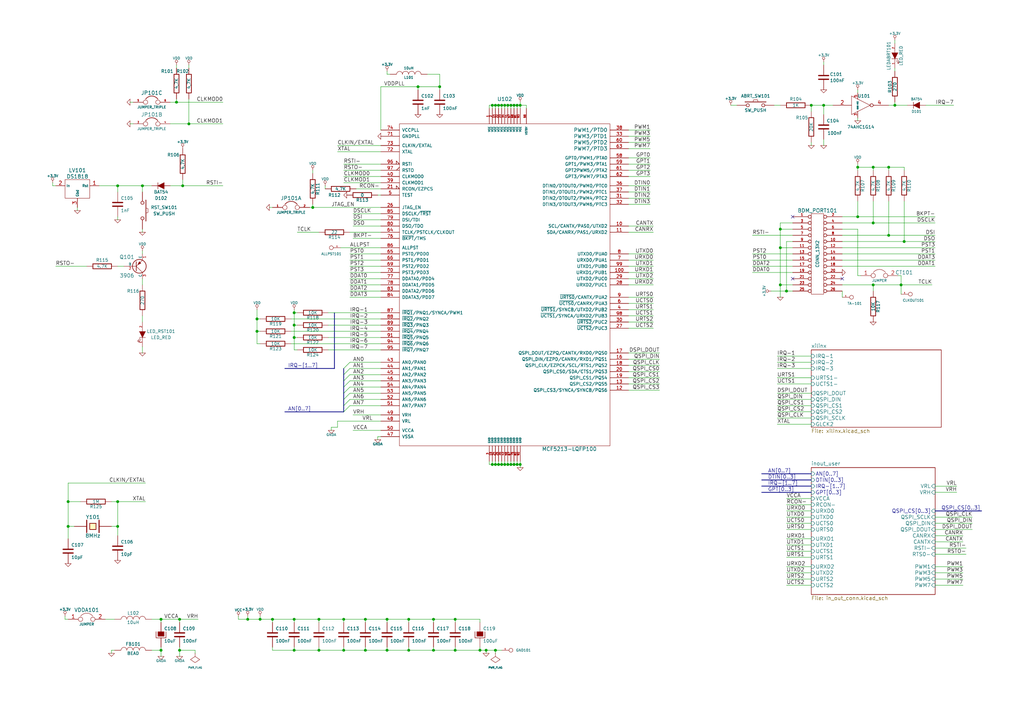
<source format=kicad_sch>
(kicad_sch (version 20250114) (generator "eeschema") (generator_version "9.0")
  (paper "A3")
  (title_block (title "Dev kit coldfire 5213") (date "Sun 22 Mar 2015") (rev "0"))
  (lib_symbols
    (symbol "kit-dev-coldfire-xilinx_5213:+3.3V" (power) (pin_names (offset 0))
      (property "Value" "+3.3V" (at 0 2.794 0))
      (symbol "+3.3V_0_0"
        (pin power_in line (at 0 0 90) (length 0) (hide yes) (name "+3.3V") (number "1"))
      )
    )
    (symbol "kit-dev-coldfire-xilinx_5213:74AHC1G14" (pin_names (offset 0.762))
      (property "Reference" "U" (at 3.683 2.921 0))
      (property "Value" "74AHC1G14" (at 5.08 -2.54 0))
      (symbol "74AHC1G14_0_0"
        (pin power_in line (at -1.27 5.08 270) (length 2.54) (name "VCC") (number "5"))
        (pin power_in line (at -1.27 -5.08 90) (length 2.54) (name "GND") (number "3"))
      )
      (symbol "74AHC1G14_1_1"
        (pin input line (at -11.43 0 0) (length 7.62) (name "~") (number "2"))
        (pin output inverted (at 11.43 0 180) (length 7.62) (name "~") (number "4"))
      )
      (symbol "74AHC1G14_1_2"
        (pin input inverted (at -11.43 0 0) (length 7.62) (name "~") (number "2"))
        (pin output line (at 11.43 0 180) (length 7.62) (name "~") (number "4"))
      )
    )
    (symbol "kit-dev-coldfire-xilinx_5213:C" (pin_numbers (hide yes)) (pin_names (offset 0.254))
      (property "Reference" "C" (at 0 2.54 0))
      (property "Value" "C" (at 0.1524 -2.159 0))
      (symbol "C_1_1"
        (pin passive line (at 0 5.08 270) (length 4.318) (name "~") (number "1"))
        (pin passive line (at 0 -5.08 90) (length 4.318) (name "~") (number "2"))
      )
    )
    (symbol "kit-dev-coldfire-xilinx_5213:CONN_1" (pin_names (offset 0.762) (hide yes))
      (property "Reference" "P" (at 2.032 0 0))
      (symbol "CONN_1_1_1"
        (pin passive line (at -3.81 0 0) (length 2.9464) (name "1") (number "1"))
      )
    )
    (symbol "kit-dev-coldfire-xilinx_5213:CONN_13X2" (pin_names (offset 0.254) (hide yes))
      (property "Reference" "P" (at 0 17.78 0))
      (property "Value" "CONN_13X2" (at 0 0 90))
      (symbol "CONN_13X2_1_1"
        (pin passive inverted (at -10.16 15.24 0) (length 7.62) (name "P1") (number "1"))
        (pin passive inverted (at -10.16 12.7 0) (length 7.62) (name "P3") (number "3"))
        (pin passive inverted (at -10.16 10.16 0) (length 7.62) (name "P5") (number "5"))
        (pin passive inverted (at -10.16 7.62 0) (length 7.62) (name "P7") (number "7"))
        (pin passive inverted (at -10.16 5.08 0) (length 7.62) (name "P9") (number "9"))
        (pin passive inverted (at -10.16 2.54 0) (length 7.62) (name "P11") (number "11"))
        (pin passive inverted (at -10.16 0 0) (length 7.62) (name "P13") (number "13"))
        (pin passive inverted (at -10.16 -2.54 0) (length 7.62) (name "P15") (number "15"))
        (pin passive inverted (at -10.16 -5.08 0) (length 7.62) (name "P17") (number "17"))
        (pin passive inverted (at -10.16 -7.62 0) (length 7.62) (name "P19") (number "19"))
        (pin passive inverted (at -10.16 -10.16 0) (length 7.62) (name "P21") (number "21"))
        (pin passive inverted (at -10.16 -12.7 0) (length 7.62) (name "P23") (number "23"))
        (pin passive inverted (at -10.16 -15.24 0) (length 7.62) (name "P24") (number "25"))
        (pin passive inverted (at 10.16 15.24 180) (length 7.62) (name "P2") (number "2"))
        (pin passive inverted (at 10.16 12.7 180) (length 7.62) (name "P4") (number "4"))
        (pin passive inverted (at 10.16 10.16 180) (length 7.62) (name "P6") (number "6"))
        (pin passive inverted (at 10.16 7.62 180) (length 7.62) (name "P8") (number "8"))
        (pin passive inverted (at 10.16 5.08 180) (length 7.62) (name "P10") (number "10"))
        (pin passive inverted (at 10.16 2.54 180) (length 7.62) (name "P12") (number "12"))
        (pin passive inverted (at 10.16 0 180) (length 7.62) (name "P14") (number "14"))
        (pin passive inverted (at 10.16 -2.54 180) (length 7.62) (name "P16") (number "16"))
        (pin passive inverted (at 10.16 -5.08 180) (length 7.62) (name "P18") (number "18"))
        (pin passive inverted (at 10.16 -7.62 180) (length 7.62) (name "P20") (number "20"))
        (pin passive inverted (at 10.16 -10.16 180) (length 7.62) (name "P22") (number "22"))
        (pin passive inverted (at 10.16 -12.7 180) (length 7.62) (name "P20") (number "24"))
        (pin passive inverted (at 10.16 -15.24 180) (length 7.62) (name "P22") (number "26"))
      )
    )
    (symbol "kit-dev-coldfire-xilinx_5213:CP" (pin_numbers (hide yes)) (pin_names (offset 0.254) (hide yes))
      (property "Reference" "C" (at 1.27 2.54 0))
      (property "Value" "CP" (at 1.27 -2.54 0))
      (symbol "CP_1_1"
        (pin passive line (at 0 5.08 270) (length 3.81) (name "~") (number "1"))
        (pin passive line (at 0 -5.08 90) (length 3.81) (name "~") (number "2"))
      )
    )
    (symbol "kit-dev-coldfire-xilinx_5213:CRYSTAL" (pin_numbers (hide yes)) (pin_names (offset 1.016) (hide yes))
      (property "Reference" "X" (at 0 3.81 0))
      (property "Value" "CRYSTAL" (at 0 -3.81 0))
      (symbol "CRYSTAL_1_1"
        (pin passive line (at -7.62 0 0) (length 5.08) (name "1") (number "1"))
        (pin passive line (at 7.62 0 180) (length 5.08) (name "2") (number "2"))
      )
    )
    (symbol "kit-dev-coldfire-xilinx_5213:DIODE" (pin_numbers (hide yes)) (pin_names (offset 1.016) (hide yes))
      (property "Reference" "D" (at 0 2.54 0))
      (property "Value" "DIODE" (at 0 -2.54 0))
      (symbol "DIODE_1_1"
        (pin passive line (at -3.81 0 0) (length 2.54) (name "K") (number "1"))
        (pin passive line (at 3.81 0 180) (length 2.54) (name "A") (number "2"))
      )
    )
    (symbol "kit-dev-coldfire-xilinx_5213:GND" (power) (pin_names (offset 0))
      (symbol "GND_1_1"
        (pin power_in line (at 0 0 90) (length 0) (hide yes) (name "GND") (number "1"))
      )
    )
    (symbol "kit-dev-coldfire-xilinx_5213:GNDA" (power) (pin_names (offset 0))
      (property "Value" "GNDA" (at 0 -1.778 0))
      (symbol "GNDA_1_1"
        (pin power_in line (at 0 0 90) (length 0) (hide yes) (name "GNDA") (number "1"))
      )
    )
    (symbol "kit-dev-coldfire-xilinx_5213:INDUCTOR" (pin_numbers (hide yes)) (pin_names (offset 1.016) (hide yes))
      (property "Reference" "L" (at -1.27 0 90))
      (property "Value" "INDUCTOR" (at 2.54 0 90))
      (symbol "INDUCTOR_1_1"
        (pin passive line (at 0 7.62 270) (length 2.54) (name "1") (number "1"))
        (pin passive line (at 0 -7.62 90) (length 2.54) (name "2") (number "2"))
      )
    )
    (symbol "kit-dev-coldfire-xilinx_5213:JUMPER" (pin_names (offset 0.762) (hide yes))
      (property "Reference" "JP" (at 0 3.81 0))
      (property "Value" "JUMPER" (at 0 -2.032 0))
      (symbol "JUMPER_0_1"
        (pin passive line (at -7.62 0 0) (length 4.191) (name "1") (number "1"))
        (pin passive line (at 7.62 0 180) (length 4.191) (name "2") (number "2"))
      )
    )
    (symbol "kit-dev-coldfire-xilinx_5213:JUMPER_TRIPLE" (pin_names (offset 0.762) (hide yes))
      (property "Reference" "JP" (at 0 3.81 0))
      (property "Value" "JUMPER_TRIPLE" (at 0 -2.032 0))
      (symbol "JUMPER_TRIPLE_1_1"
        (pin passive line (at -7.62 0 0) (length 4.191) (name "1") (number "1"))
        (pin passive line (at 7.62 0 180) (length 4.191) (name "2") (number "2"))
      )
      (symbol "JUMPER_TRIPLE_2_1"
        (pin passive line (at -7.62 0 0) (length 4.191) (name "3") (number "3"))
        (pin passive line (at 7.62 0 180) (length 4.191) (name "4") (number "4"))
      )
      (symbol "JUMPER_TRIPLE_3_1"
        (pin passive line (at -7.62 0 0) (length 4.191) (name "5") (number "5"))
        (pin passive line (at 7.62 0 180) (length 4.191) (name "6") (number "6"))
      )
    )
    (symbol "kit-dev-coldfire-xilinx_5213:LED" (pin_names (offset 1.016) (hide yes))
      (property "Reference" "D" (at 0 2.54 0))
      (property "Value" "LED" (at 0 -2.54 0))
      (symbol "LED_1_1"
        (pin passive line (at -5.08 0 0) (length 3.81) (name "A") (number "2"))
        (pin passive line (at 5.08 0 180) (length 3.81) (name "K") (number "1"))
      )
    )
    (symbol "kit-dev-coldfire-xilinx_5213:MC34064P"
      (property "Reference" "U" (at 1.27 5.08 0))
      (property "Value" "MC34064P" (at 7.62 -4.826 0))
      (symbol "MC34064P_1_1"
        (pin input line (at -8.89 1.27 0) (length 3.81) (name "In") (number "2"))
        (pin input line (at 0 -7.62 90) (length 3.81) (name "Gbd") (number "3"))
        (pin open_collector line (at 8.89 1.27 180) (length 3.81) (name "Rst") (number "1"))
      )
    )
    (symbol "kit-dev-coldfire-xilinx_5213:MCF5213-LQFP100" (pin_names (offset 1.016))
      (property "Reference" "U" (at 29.21 68.58 0))
      (property "Value" "MCF5213-LQFP100" (at 15.24 -67.31 0))
      (symbol "MCF5213-LQFP100_1_1"
        (pin passive line (at -50.8 63.5 0) (length 7.62) (name "VCCPLL") (number "74"))
        (pin passive line (at -50.8 60.96 0) (length 7.62) (name "GNDPLL") (number "71"))
        (pin input line (at -50.8 57.15 0) (length 7.62) (name "CLKIN/EXTAL") (number "73"))
        (pin output line (at -50.8 54.61 0) (length 7.62) (name "XTAL") (number "72"))
        (pin input input_low (at -50.8 49.53 0) (length 7.62) (name "RSTI") (number "96"))
        (pin output output_low (at -50.8 46.99 0) (length 7.62) (name "RSTO") (number "97"))
        (pin input line (at -50.8 44.45 0) (length 7.62) (name "CLKMOD0") (number "40"))
        (pin input line (at -50.8 41.91 0) (length 7.62) (name "CLKMOD1") (number "39"))
        (pin input input_low (at -50.8 39.37 0) (length 7.62) (name "RCON/EZPCS") (number "21"))
        (pin input line (at -50.8 36.83 0) (length 7.62) (name "TEST") (number "5"))
        (pin input line (at -50.8 31.75 0) (length 7.62) (name "JTAG_EN") (number "26"))
        (pin input line (at -50.8 29.21 0) (length 7.62) (name "DSCLK/~{TRST}") (number "85"))
        (pin input line (at -50.8 26.67 0) (length 7.62) (name "DSI/TDI") (number "79"))
        (pin output line (at -50.8 24.13 0) (length 7.62) (name "DSO/TDO") (number "80"))
        (pin input line (at -50.8 21.59 0) (length 7.62) (name "TCLK/PSTCLK/CLKOUT") (number "64"))
        (pin input line (at -50.8 19.05 0) (length 7.62) (name "~{BKPT}/TMS") (number "76"))
        (pin output line (at -50.8 15.24 0) (length 7.62) (name "ALLPST") (number "86"))
        (pin bidirectional line (at -50.8 12.7 0) (length 7.62) (name "PST0/PDD0") (number "65"))
        (pin bidirectional line (at -50.8 10.16 0) (length 7.62) (name "PST1/PDD1") (number "66"))
        (pin bidirectional line (at -50.8 7.62 0) (length 7.62) (name "PST2/PDD2") (number "69"))
        (pin bidirectional line (at -50.8 5.08 0) (length 7.62) (name "PST3/PDD3") (number "70"))
        (pin bidirectional line (at -50.8 2.54 0) (length 7.62) (name "DDATA0/PDD4") (number "77"))
        (pin bidirectional line (at -50.8 0 0) (length 7.62) (name "DDATA1/PDD5") (number "78"))
        (pin bidirectional line (at -50.8 -2.54 0) (length 7.62) (name "DDATA2/PDD6") (number "83"))
        (pin bidirectional line (at -50.8 -5.08 0) (length 7.62) (name "DDATA3/PDD7") (number "84"))
        (pin bidirectional line (at -50.8 -11.43 0) (length 7.62) (name "~{IRQ1}/PNQ1/SYNCA/PWM1") (number "87"))
        (pin bidirectional line (at -50.8 -13.97 0) (length 7.62) (name "~{IRQ2}/PNQ2") (number "88"))
        (pin bidirectional line (at -50.8 -16.51 0) (length 7.62) (name "~{IRQ3}/PNQ3") (number "89"))
        (pin bidirectional line (at -50.8 -19.05 0) (length 7.62) (name "~{IRQ4}/PNQ4") (number "90"))
        (pin bidirectional line (at -50.8 -21.59 0) (length 7.62) (name "~{IRQ5}/PNQ5") (number "91"))
        (pin bidirectional line (at -50.8 -24.13 0) (length 7.62) (name "~{IRQ6}/PNQ6") (number "94"))
        (pin bidirectional line (at -50.8 -26.67 0) (length 7.62) (name "~{IRQ7}/PNQ7") (number "95"))
        (pin bidirectional line (at -50.8 -31.75 0) (length 7.62) (name "AN0/PAN0") (number "43"))
        (pin bidirectional line (at -50.8 -34.29 0) (length 7.62) (name "AN1/PAN1") (number "44"))
        (pin bidirectional line (at -50.8 -36.83 0) (length 7.62) (name "AN2/PAN2") (number "45"))
        (pin bidirectional line (at -50.8 -39.37 0) (length 7.62) (name "AN3/PAN3") (number "46"))
        (pin bidirectional line (at -50.8 -41.91 0) (length 7.62) (name "AN4/PAN4") (number "54"))
        (pin bidirectional line (at -50.8 -44.45 0) (length 7.62) (name "AN5/PAN5") (number "53"))
        (pin bidirectional line (at -50.8 -46.99 0) (length 7.62) (name "AN6/PAN6") (number "52"))
        (pin bidirectional line (at -50.8 -49.53 0) (length 7.62) (name "AN7/PAN7") (number "51"))
        (pin input line (at -50.8 -53.34 0) (length 7.62) (name "VRH") (number "49"))
        (pin input line (at -50.8 -55.88 0) (length 7.62) (name "VRL") (number "48"))
        (pin input line (at -50.8 -59.69 0) (length 7.62) (name "VCCA") (number "50"))
        (pin input line (at -50.8 -62.23 0) (length 7.62) (name "VSSA") (number "47"))
        (pin power_in line (at -6.35 72.39 270) (length 6.35) (name "VCC") (number "1"))
        (pin power_in line (at -6.35 -72.39 90) (length 6.35) (name "GND") (number "3"))
        (pin power_in line (at -5.08 72.39 270) (length 6.35) (name "VCC") (number "2"))
        (pin power_in line (at -5.08 -72.39 90) (length 6.35) (name "GND") (number "15"))
        (pin power_in line (at -3.81 72.39 270) (length 6.35) (name "VCC") (number "14"))
        (pin power_in line (at -3.81 -72.39 90) (length 6.35) (name "GND") (number "24"))
        (pin power_in line (at -2.54 72.39 270) (length 6.35) (name "VCC") (number "22"))
        (pin power_in line (at -2.54 -72.39 90) (length 6.35) (name "GND") (number "25"))
        (pin power_in line (at -1.27 72.39 270) (length 6.35) (name "VCC") (number "23"))
        (pin power_in line (at -1.27 -72.39 90) (length 6.35) (name "GND") (number "35"))
        (pin power_in line (at 0 72.39 270) (length 6.35) (name "VCC") (number "34"))
        (pin power_in line (at 0 -72.39 90) (length 6.35) (name "GND") (number "42"))
        (pin power_in line (at 1.27 72.39 270) (length 6.35) (name "VCC") (number "41"))
        (pin power_in line (at 1.27 -72.39 90) (length 6.35) (name "GND") (number "56"))
        (pin power_in line (at 2.54 72.39 270) (length 6.35) (name "VCC") (number "57"))
        (pin power_in line (at 2.54 -72.39 90) (length 6.35) (name "GND") (number "67"))
        (pin power_in line (at 3.81 72.39 270) (length 6.35) (name "VCC") (number "68"))
        (pin power_in line (at 3.81 -72.39 90) (length 6.35) (name "GND") (number "75"))
        (pin power_in line (at 5.08 72.39 270) (length 6.35) (name "VCC") (number "81"))
        (pin power_in line (at 5.08 -72.39 90) (length 6.35) (name "GND") (number "82"))
        (pin power_in line (at 6.35 72.39 270) (length 6.35) (name "VCC") (number "93"))
        (pin power_in line (at 6.35 -72.39 90) (length 6.35) (name "GND") (number "92"))
        (pin power_in line (at 8.89 72.39 270) (length 6.35) (name "VSTBY") (number "55"))
        (pin bidirectional line (at 50.8 63.5 180) (length 7.62) (name "PWM1/PTD0") (number "38"))
        (pin bidirectional line (at 50.8 60.96 180) (length 7.62) (name "PWM3/PTD1") (number "33"))
        (pin bidirectional line (at 50.8 58.42 180) (length 7.62) (name "PWM5/PTD2") (number "60"))
        (pin bidirectional line (at 50.8 55.88 180) (length 7.62) (name "PWM7/PTD3") (number "63"))
        (pin bidirectional line (at 50.8 52.07 180) (length 7.62) (name "GPT0/PWM1/PTA0") (number "58"))
        (pin bidirectional line (at 50.8 49.53 180) (length 7.62) (name "GPT1/PWM3/PTA1") (number "59"))
        (pin bidirectional line (at 50.8 46.99 180) (length 7.62) (name "GPT2PWM5//PTA2") (number "61"))
        (pin bidirectional line (at 50.8 44.45 180) (length 7.62) (name "GPT3/PWM7/PTA3") (number "62"))
        (pin bidirectional line (at 50.8 40.64 180) (length 7.62) (name "DTIN0/DTOUT0/PWM0/PTC0") (number "36"))
        (pin bidirectional line (at 50.8 38.1 180) (length 7.62) (name "DTIN1/DTOUT1/PWM2/PTC1") (number "37"))
        (pin bidirectional line (at 50.8 35.56 180) (length 7.62) (name "DTIN2/DTOUT2/PWM4/PTC2") (number "31"))
        (pin bidirectional line (at 50.8 33.02 180) (length 7.62) (name "DTIN3/DTOUT3/PWM6/PTC3") (number "32"))
        (pin bidirectional line (at 50.8 24.13 180) (length 7.62) (name "SCL/CANTX/PAS0/UTXD2") (number "10"))
        (pin bidirectional line (at 50.8 21.59 180) (length 7.62) (name "SDA/CANRX/PAS1/URXD2") (number "11"))
        (pin bidirectional line (at 50.8 12.7 180) (length 7.62) (name "UTXD0/PUA0") (number "8"))
        (pin bidirectional line (at 50.8 10.16 180) (length 7.62) (name "URXD0/PUA1") (number "7"))
        (pin bidirectional line (at 50.8 7.62 180) (length 7.62) (name "UTXD1/PUB0") (number "99"))
        (pin bidirectional line (at 50.8 5.08 180) (length 7.62) (name "URXD1/PUB1") (number "100"))
        (pin bidirectional line (at 50.8 2.54 180) (length 7.62) (name "UTXD2/PUC0") (number "29"))
        (pin bidirectional line (at 50.8 0 180) (length 7.62) (name "URXD2/PUC1") (number "28"))
        (pin bidirectional line (at 50.8 -5.08 180) (length 7.62) (name "~{URTS0}/CANTX/PUA2") (number "9"))
        (pin bidirectional line (at 50.8 -7.62 180) (length 7.62) (name "~{UCTS0}/CANRX/PUA3") (number "6"))
        (pin bidirectional line (at 50.8 -10.16 180) (length 7.62) (name "~{URTS1}/SYNCB/UTXD2/PUB2") (number "4"))
        (pin bidirectional line (at 50.8 -12.7 180) (length 7.62) (name "~{UCTS1}/SYNCA/URXD2/PUB3") (number "98"))
        (pin bidirectional line (at 50.8 -15.24 180) (length 7.62) (name "~{URTS2}/PUC2") (number "30"))
        (pin bidirectional line (at 50.8 -17.78 180) (length 7.62) (name "~{UCTS2}/PUC3") (number "27"))
        (pin bidirectional line (at 50.8 -27.94 180) (length 7.62) (name "QSPI_DOUT/EZPQ/CANTX/RXD0/PQS0") (number "17"))
        (pin bidirectional line (at 50.8 -30.48 180) (length 7.62) (name "QSPI_DIN/EZPD/CANRX/RXD1/PQS1") (number "16"))
        (pin bidirectional line (at 50.8 -33.02 180) (length 7.62) (name "QSPI_CLK/EZPCK/SCL/RTS1/PQS2") (number "18"))
        (pin bidirectional line (at 50.8 -35.56 180) (length 7.62) (name "QSPI_CS0/SDA/CTS1/PQS3") (number "20"))
        (pin bidirectional line (at 50.8 -38.1 180) (length 7.62) (name "QSPI_CS1/PQS4") (number "19"))
        (pin bidirectional line (at 50.8 -40.64 180) (length 7.62) (name "QSPI_CS2/PQS5") (number "13"))
        (pin bidirectional line (at 50.8 -43.18 180) (length 7.62) (name "QSPI_CS3/SYNCA/SYNCB/PQS6") (number "12"))
      )
    )
    (symbol "kit-dev-coldfire-xilinx_5213:PNP" (pin_names (offset 0))
      (property "Reference" "Q" (at 0 -3.81 0))
      (property "Value" "PNP" (at 0 3.81 0))
      (symbol "PNP_1_1"
        (pin input line (at -5.08 0 0) (length 5.08) (name "B") (number "2"))
        (pin passive line (at 2.54 5.08 270) (length 2.54) (name "C") (number "3"))
        (pin passive line (at 2.54 -5.08 90) (length 2.54) (name "E") (number "1"))
      )
    )
    (symbol "kit-dev-coldfire-xilinx_5213:PWR_FLAG" (power) (pin_numbers (hide yes)) (pin_names (offset 0) (hide yes))
      (property "Value" "PWR_FLAG" (at 0 4.572 0))
      (symbol "PWR_FLAG_0_0"
        (pin power_out line (at 0 0 90) (length 0) (name "pwr") (number "1"))
      )
    )
    (symbol "kit-dev-coldfire-xilinx_5213:R" (pin_numbers (hide yes)) (pin_names (offset 0))
      (property "Reference" "R" (at 2.032 0 90))
      (property "Value" "R" (at 0.1778 0.0254 90))
      (symbol "R_1_1"
        (pin passive line (at 0 6.35 270) (length 2.54) (name "~") (number "1"))
        (pin passive line (at 0 -6.35 90) (length 2.54) (name "~") (number "2"))
      )
    )
    (symbol "kit-dev-coldfire-xilinx_5213:SW_PUSH" (pin_numbers (hide yes)) (pin_names (offset 1.016) (hide yes))
      (property "Reference" "SW" (at 3.81 2.794 0))
      (property "Value" "SW_PUSH" (at 0 -2.032 0))
      (symbol "SW_PUSH_0_1"
        (pin passive inverted (at -7.62 0 0) (length 5.08) (name "1") (number "1"))
        (pin passive inverted (at 7.62 0 180) (length 5.08) (name "2") (number "2"))
      )
    )
    (symbol "kit-dev-coldfire-xilinx_5213:VCC" (power) (pin_names (offset 0))
      (property "Value" "VCC" (at 0 2.54 0))
      (symbol "VCC_0_0"
        (pin power_in line (at 0 0 90) (length 0) (hide yes) (name "VCC") (number "1"))
      )
    )
    (symbol "kit-dev-coldfire-xilinx_5213:VDD" (power) (pin_names (offset 0))
      (property "Value" "VDD" (at 0 2.794 0))
      (symbol "VDD_0_0"
        (pin power_in line (at 0 0 90) (length 0) (hide yes) (name "VDD") (number "1"))
      )
    )
  )
  (junction (at 207.01 190.5) (diameter 1.016))
  (junction (at 205.74 190.5) (diameter 1.016))
  (junction (at 177.8 254) (diameter 1.016))
  (junction (at 167.64 266.7) (diameter 1.016))
  (junction (at 48.26 205.74) (diameter 1.016))
  (junction (at 77.47 50.8) (diameter 1.016))
  (junction (at 204.47 43.18) (diameter 1.016))
  (junction (at 120.65 254) (diameter 1.016))
  (junction (at 364.49 68.58) (diameter 1.016))
  (junction (at 320.04 101.6) (diameter 1.016))
  (junction (at 351.79 88.9) (diameter 1.016))
  (junction (at 210.82 43.18) (diameter 1.016))
  (junction (at 130.81 266.7) (diameter 1.016))
  (junction (at 177.8 266.7) (diameter 1.016))
  (junction (at 149.86 266.7) (diameter 1.016))
  (junction (at 351.79 68.58) (diameter 1.016))
  (junction (at 203.2 266.7) (diameter 1.016))
  (junction (at 203.2 43.18) (diameter 1.016))
  (junction (at 72.39 41.91) (diameter 1.016))
  (junction (at 167.64 254) (diameter 1.016))
  (junction (at 149.86 254) (diameter 1.016))
  (junction (at 332.74 43.18) (diameter 1.016))
  (junction (at 204.47 190.5) (diameter 1.016))
  (junction (at 358.14 68.58) (diameter 1.016))
  (junction (at 364.49 96.52) (diameter 1.016))
  (junction (at 208.28 190.5) (diameter 1.016))
  (junction (at 358.14 91.44) (diameter 1.016))
  (junction (at 370.84 99.06) (diameter 1.016))
  (junction (at 66.04 266.7) (diameter 1.016))
  (junction (at 158.75 254) (diameter 1.016))
  (junction (at 212.09 190.5) (diameter 1.016))
  (junction (at 322.58 119.38) (diameter 1.016))
  (junction (at 58.42 76.2) (diameter 1.016))
  (junction (at 320.04 116.84) (diameter 1.016))
  (junction (at 140.97 266.7) (diameter 1.016))
  (junction (at 212.09 43.18) (diameter 1.016))
  (junction (at 120.65 138.43) (diameter 1.016))
  (junction (at 208.28 43.18) (diameter 1.016))
  (junction (at 120.65 266.7) (diameter 1.016))
  (junction (at 27.94 205.74) (diameter 1.016))
  (junction (at 48.26 76.2) (diameter 1.016))
  (junction (at 101.6 254) (diameter 1.016))
  (junction (at 213.36 190.5) (diameter 1.016))
  (junction (at 105.41 135.89) (diameter 1.016))
  (junction (at 209.55 43.18) (diameter 1.016))
  (junction (at 203.2 190.5) (diameter 1.016))
  (junction (at 140.97 254) (diameter 1.016))
  (junction (at 130.81 254) (diameter 1.016))
  (junction (at 207.01 43.18) (diameter 1.016))
  (junction (at 73.66 266.7) (diameter 1.016))
  (junction (at 367.03 43.18) (diameter 1.016))
  (junction (at 320.04 93.98) (diameter 1.016))
  (junction (at 209.55 190.5) (diameter 1.016))
  (junction (at 120.65 128.27) (diameter 1.016))
  (junction (at 27.94 215.9) (diameter 1.016))
  (junction (at 120.65 133.35) (diameter 1.016))
  (junction (at 171.45 35.56) (diameter 1.016))
  (junction (at 201.93 190.5) (diameter 1.016))
  (junction (at 201.93 43.18) (diameter 1.016))
  (junction (at 73.66 254) (diameter 1.016))
  (junction (at 337.82 43.18) (diameter 1.016))
  (junction (at 210.82 190.5) (diameter 1.016))
  (junction (at 66.04 254) (diameter 1.016))
  (junction (at 48.26 215.9) (diameter 1.016))
  (junction (at 196.85 266.7) (diameter 1.016))
  (junction (at 205.74 43.18) (diameter 1.016))
  (junction (at 358.14 116.84) (diameter 1.016))
  (junction (at 186.69 254) (diameter 1.016))
  (junction (at 180.34 35.56) (diameter 1.016))
  (junction (at 186.69 266.7) (diameter 1.016))
  (junction (at 128.27 85.09) (diameter 1.016))
  (junction (at 111.76 254) (diameter 1.016))
  (junction (at 106.68 254) (diameter 1.016))
  (junction (at 369.57 116.84) (diameter 1.016))
  (junction (at 74.93 76.2) (diameter 1.016))
  (junction (at 105.41 130.81) (diameter 1.016))
  (junction (at 199.39 266.7) (diameter 1.016))
  (junction (at 213.36 43.18) (diameter 1.016))
  (junction (at 158.75 266.7) (diameter 1.016))
  (no_connect (at 325.12 114.3))
  (no_connect (at 345.44 114.3))
  (no_connect (at 325.12 88.9))
  (bus_entry (at 140.97 156.21) (size 2.54 -2.54) (stroke (width 0.1524)))
  (bus_entry (at 140.97 158.75) (size 2.54 -2.54) (stroke (width 0.1524)))
  (bus_entry (at 140.97 168.91) (size 2.54 -2.54) (stroke (width 0.1524)))
  (bus_entry (at 140.97 153.67) (size 2.54 -2.54) (stroke (width 0.1524)))
  (bus_entry (at 140.97 151.13) (size 2.54 -2.54) (stroke (width 0.1524)))
  (bus_entry (at 140.97 166.37) (size 2.54 -2.54) (stroke (width 0.1524)))
  (bus_entry (at 140.97 163.83) (size 2.54 -2.54) (stroke (width 0.1524)))
  (bus_entry (at 140.97 161.29) (size 2.54 -2.54) (stroke (width 0.1524)))
  (wire (pts (xy 177.8 266.7) (xy 186.69 266.7)))
  (wire (pts (xy 196.85 266.7) (xy 196.85 265.43)))
  (wire (pts (xy 158.75 254) (xy 158.75 255.27)))
  (wire (pts (xy 40.64 76.2) (xy 48.26 76.2)))
  (wire (pts (xy 266.7 76.2) (xy 257.81 76.2)))
  (wire (pts (xy 72.39 40.64) (xy 72.39 41.91)))
  (bus (pts (xy 137.16 151.13) (xy 116.84 151.13)))
  (wire (pts (xy 203.2 43.18) (xy 203.2 44.45)))
  (wire (pts (xy 383.54 109.22) (xy 345.44 109.22)))
  (bus (pts (xy 137.16 128.27) (xy 137.16 151.13)))
  (wire (pts (xy 318.77 154.94) (xy 332.74 154.94)))
  (wire (pts (xy 364.49 82.55) (xy 364.49 96.52)))
  (wire (pts (xy 370.84 82.55) (xy 370.84 99.06)))
  (wire (pts (xy 332.74 161.29) (xy 318.77 161.29)))
  (wire (pts (xy 186.69 254) (xy 196.85 254)))
  (wire (pts (xy 27.94 205.74) (xy 33.02 205.74)))
  (wire (pts (xy 77.47 40.64) (xy 77.47 50.8)))
  (wire (pts (xy 105.41 130.81) (xy 105.41 135.89)))
  (wire (pts (xy 200.66 43.18) (xy 201.93 43.18)))
  (wire (pts (xy 186.69 266.7) (xy 186.69 265.43)))
  (wire (pts (xy 266.7 83.82) (xy 257.81 83.82)))
  (wire (pts (xy 266.7 69.85) (xy 257.81 69.85)))
  (wire (pts (xy 101.6 252.73) (xy 101.6 254)))
  (wire (pts (xy 332.74 228.6) (xy 322.58 228.6)))
  (wire (pts (xy 203.2 43.18) (xy 204.47 43.18)))
  (wire (pts (xy 74.93 73.66) (xy 74.93 76.2)))
  (wire (pts (xy 266.7 78.74) (xy 257.81 78.74)))
  (wire (pts (xy 167.64 266.7) (xy 167.64 265.43)))
  (wire (pts (xy 210.82 43.18) (xy 210.82 44.45)))
  (wire (pts (xy 149.86 254) (xy 158.75 254)))
  (wire (pts (xy 149.86 266.7) (xy 149.86 265.43)))
  (wire (pts (xy 394.97 237.49) (xy 383.54 237.49)))
  (wire (pts (xy 210.82 190.5) (xy 210.82 189.23)))
  (wire (pts (xy 209.55 190.5) (xy 209.55 189.23)))
  (wire (pts (xy 210.82 190.5) (xy 212.09 190.5)))
  (wire (pts (xy 201.93 44.45) (xy 201.93 43.18)))
  (wire (pts (xy 266.7 55.88) (xy 257.81 55.88)))
  (wire (pts (xy 58.42 114.3) (xy 58.42 116.84)))
  (wire (pts (xy 345.44 91.44) (xy 358.14 91.44)))
  (wire (pts (xy 364.49 68.58) (xy 364.49 69.85)))
  (wire (pts (xy 149.86 266.7) (xy 158.75 266.7)))
  (wire (pts (xy 135.89 176.53) (xy 135.89 175.26)))
  (wire (pts (xy 144.78 92.71) (xy 156.21 92.71)))
  (wire (pts (xy 308.61 96.52) (xy 325.12 96.52)))
  (wire (pts (xy 171.45 36.83) (xy 171.45 35.56)))
  (wire (pts (xy 167.64 254) (xy 177.8 254)))
  (wire (pts (xy 77.47 27.94) (xy 77.47 26.67)))
  (wire (pts (xy 120.65 138.43) (xy 121.92 138.43)))
  (wire (pts (xy 212.09 190.5) (xy 212.09 189.23)))
  (wire (pts (xy 213.36 190.5) (xy 213.36 191.77)))
  (wire (pts (xy 345.44 93.98) (xy 351.79 93.98)))
  (wire (pts (xy 370.84 68.58) (xy 370.84 69.85)))
  (wire (pts (xy 213.36 41.91) (xy 213.36 43.18)))
  (wire (pts (xy 80.01 266.7) (xy 73.66 266.7)))
  (bus (pts (xy 140.97 163.83) (xy 140.97 166.37)))
  (wire (pts (xy 200.66 190.5) (xy 201.93 190.5)))
  (wire (pts (xy 320.04 116.84) (xy 325.12 116.84)))
  (wire (pts (xy 130.81 95.25) (xy 121.92 95.25)))
  (wire (pts (xy 208.28 43.18) (xy 208.28 44.45)))
  (wire (pts (xy 203.2 190.5) (xy 203.2 189.23)))
  (wire (pts (xy 267.97 121.92) (xy 257.81 121.92)))
  (wire (pts (xy 120.65 127) (xy 120.65 128.27)))
  (wire (pts (xy 27.94 198.12) (xy 27.94 205.74)))
  (wire (pts (xy 48.26 76.2) (xy 48.26 78.74)))
  (wire (pts (xy 62.23 254) (xy 66.04 254)))
  (wire (pts (xy 367.03 43.18) (xy 372.11 43.18)))
  (wire (pts (xy 392.43 199.39) (xy 383.54 199.39)))
  (wire (pts (xy 332.74 212.09) (xy 322.58 212.09)))
  (wire (pts (xy 257.81 149.86) (xy 270.51 149.86)))
  (wire (pts (xy 370.84 99.06) (xy 383.54 99.06)))
  (wire (pts (xy 345.44 96.52) (xy 364.49 96.52)))
  (wire (pts (xy 267.97 134.62) (xy 257.81 134.62)))
  (wire (pts (xy 156.21 166.37) (xy 143.51 166.37)))
  (wire (pts (xy 320.04 91.44) (xy 320.04 93.98)))
  (wire (pts (xy 337.82 25.4) (xy 337.82 26.67)))
  (wire (pts (xy 128.27 83.82) (xy 128.27 85.09)))
  (wire (pts (xy 156.21 151.13) (xy 143.51 151.13)))
  (wire (pts (xy 73.66 265.43) (xy 73.66 266.7)))
  (wire (pts (xy 156.21 111.76) (xy 143.51 111.76)))
  (wire (pts (xy 332.74 171.45) (xy 318.77 171.45)))
  (wire (pts (xy 351.79 68.58) (xy 351.79 69.85)))
  (wire (pts (xy 203.2 267.97) (xy 203.2 266.7)))
  (wire (pts (xy 351.79 88.9) (xy 383.54 88.9)))
  (wire (pts (xy 383.54 212.09) (xy 398.78 212.09)))
  (wire (pts (xy 156.21 176.53) (xy 144.78 176.53)))
  (wire (pts (xy 267.97 95.25) (xy 257.81 95.25)))
  (wire (pts (xy 105.41 135.89) (xy 105.41 140.97)))
  (wire (pts (xy 266.7 64.77) (xy 257.81 64.77)))
  (wire (pts (xy 156.21 95.25) (xy 143.51 95.25)))
  (wire (pts (xy 58.42 142.24) (xy 58.42 144.78)))
  (wire (pts (xy 130.81 266.7) (xy 130.81 265.43)))
  (wire (pts (xy 351.79 49.53) (xy 351.79 48.26)))
  (wire (pts (xy 204.47 190.5) (xy 205.74 190.5)))
  (wire (pts (xy 209.55 43.18) (xy 210.82 43.18)))
  (wire (pts (xy 353.06 113.03) (xy 351.79 113.03)))
  (wire (pts (xy 120.65 265.43) (xy 120.65 266.7)))
  (wire (pts (xy 180.34 30.48) (xy 180.34 35.56)))
  (wire (pts (xy 200.66 44.45) (xy 200.66 43.18)))
  (wire (pts (xy 325.12 99.06) (xy 322.58 99.06)))
  (wire (pts (xy 120.65 138.43) (xy 120.65 143.51)))
  (wire (pts (xy 320.04 101.6) (xy 325.12 101.6)))
  (wire (pts (xy 267.97 114.3) (xy 257.81 114.3)))
  (wire (pts (xy 257.81 157.48) (xy 270.51 157.48)))
  (wire (pts (xy 257.81 160.02) (xy 270.51 160.02)))
  (wire (pts (xy 318.77 148.59) (xy 332.74 148.59)))
  (wire (pts (xy 48.26 205.74) (xy 59.69 205.74)))
  (wire (pts (xy 207.01 43.18) (xy 208.28 43.18)))
  (wire (pts (xy 73.66 254) (xy 81.28 254)))
  (wire (pts (xy 345.44 119.38) (xy 345.44 121.92)))
  (wire (pts (xy 119.38 140.97) (xy 156.21 140.97)))
  (wire (pts (xy 332.74 163.83) (xy 318.77 163.83)))
  (wire (pts (xy 369.57 113.03) (xy 368.3 113.03)))
  (wire (pts (xy 140.97 72.39) (xy 156.21 72.39)))
  (wire (pts (xy 394.97 222.25) (xy 383.54 222.25)))
  (wire (pts (xy 205.74 43.18) (xy 207.01 43.18)))
  (wire (pts (xy 383.54 101.6) (xy 345.44 101.6)))
  (wire (pts (xy 156.21 161.29) (xy 143.51 161.29)))
  (wire (pts (xy 106.68 252.73) (xy 106.68 254)))
  (wire (pts (xy 58.42 129.54) (xy 58.42 132.08)))
  (wire (pts (xy 134.62 138.43) (xy 156.21 138.43)))
  (wire (pts (xy 358.14 82.55) (xy 358.14 91.44)))
  (wire (pts (xy 332.74 234.95) (xy 322.58 234.95)))
  (wire (pts (xy 257.81 152.4) (xy 270.51 152.4)))
  (wire (pts (xy 120.65 266.7) (xy 130.81 266.7)))
  (wire (pts (xy 322.58 119.38) (xy 325.12 119.38)))
  (wire (pts (xy 105.41 140.97) (xy 106.68 140.97)))
  (wire (pts (xy 212.09 43.18) (xy 212.09 44.45)))
  (wire (pts (xy 158.75 30.48) (xy 158.75 29.21)))
  (wire (pts (xy 111.76 254) (xy 111.76 255.27)))
  (wire (pts (xy 367.03 41.91) (xy 367.03 43.18)))
  (wire (pts (xy 156.21 121.92) (xy 143.51 121.92)))
  (wire (pts (xy 266.7 60.96) (xy 257.81 60.96)))
  (wire (pts (xy 128.27 69.85) (xy 128.27 71.12)))
  (wire (pts (xy 337.82 43.18) (xy 341.63 43.18)))
  (wire (pts (xy 144.78 87.63) (xy 156.21 87.63)))
  (wire (pts (xy 215.9 43.18) (xy 215.9 44.45)))
  (wire (pts (xy 199.39 266.7) (xy 203.2 266.7)))
  (wire (pts (xy 110.49 85.09) (xy 111.76 85.09)))
  (wire (pts (xy 156.21 80.01) (xy 154.94 80.01)))
  (wire (pts (xy 144.78 170.18) (xy 156.21 170.18)))
  (wire (pts (xy 105.41 127) (xy 105.41 130.81)))
  (wire (pts (xy 213.36 43.18) (xy 213.36 44.45)))
  (wire (pts (xy 158.75 266.7) (xy 167.64 266.7)))
  (wire (pts (xy 186.69 266.7) (xy 196.85 266.7)))
  (wire (pts (xy 332.74 59.69) (xy 332.74 58.42)))
  (wire (pts (xy 394.97 240.03) (xy 383.54 240.03)))
  (wire (pts (xy 394.97 219.71) (xy 383.54 219.71)))
  (wire (pts (xy 140.97 67.31) (xy 156.21 67.31)))
  (wire (pts (xy 48.26 205.74) (xy 48.26 215.9)))
  (wire (pts (xy 54.61 50.8) (xy 53.34 50.8)))
  (wire (pts (xy 317.5 43.18) (xy 320.04 43.18)))
  (wire (pts (xy 120.65 254) (xy 130.81 254)))
  (wire (pts (xy 27.94 215.9) (xy 30.48 215.9)))
  (wire (pts (xy 322.58 204.47) (xy 332.74 204.47)))
  (wire (pts (xy 212.09 190.5) (xy 213.36 190.5)))
  (wire (pts (xy 204.47 190.5) (xy 204.47 189.23)))
  (wire (pts (xy 43.18 254) (xy 46.99 254)))
  (wire (pts (xy 177.8 266.7) (xy 177.8 265.43)))
  (wire (pts (xy 154.94 179.07) (xy 154.94 180.34)))
  (wire (pts (xy 54.61 41.91) (xy 53.34 41.91)))
  (wire (pts (xy 119.38 130.81) (xy 156.21 130.81)))
  (wire (pts (xy 130.81 254) (xy 130.81 255.27)))
  (wire (pts (xy 358.14 116.84) (xy 358.14 119.38)))
  (wire (pts (xy 209.55 190.5) (xy 210.82 190.5)))
  (wire (pts (xy 156.21 109.22) (xy 143.51 109.22)))
  (wire (pts (xy 267.97 104.14) (xy 257.81 104.14)))
  (wire (pts (xy 156.21 35.56) (xy 171.45 35.56)))
  (wire (pts (xy 367.03 16.51) (xy 367.03 17.78)))
  (wire (pts (xy 367.03 29.21) (xy 367.03 27.94)))
  (wire (pts (xy 69.85 50.8) (xy 77.47 50.8)))
  (wire (pts (xy 383.54 104.14) (xy 345.44 104.14)))
  (wire (pts (xy 134.62 143.51) (xy 156.21 143.51)))
  (wire (pts (xy 322.58 207.01) (xy 332.74 207.01)))
  (wire (pts (xy 58.42 95.25) (xy 58.42 93.98)))
  (wire (pts (xy 46.99 266.7) (xy 45.72 266.7)))
  (wire (pts (xy 266.7 58.42) (xy 257.81 58.42)))
  (wire (pts (xy 48.26 109.22) (xy 50.8 109.22)))
  (wire (pts (xy 127 85.09) (xy 128.27 85.09)))
  (wire (pts (xy 210.82 43.18) (xy 212.09 43.18)))
  (wire (pts (xy 156.21 148.59) (xy 143.51 148.59)))
  (wire (pts (xy 267.97 127) (xy 257.81 127)))
  (wire (pts (xy 364.49 43.18) (xy 367.03 43.18)))
  (wire (pts (xy 77.47 50.8) (xy 91.44 50.8)))
  (wire (pts (xy 351.79 67.31) (xy 351.79 68.58)))
  (wire (pts (xy 332.74 166.37) (xy 318.77 166.37)))
  (wire (pts (xy 48.26 215.9) (xy 48.26 219.71)))
  (wire (pts (xy 391.16 43.18) (xy 379.73 43.18)))
  (wire (pts (xy 267.97 111.76) (xy 257.81 111.76)))
  (wire (pts (xy 120.65 133.35) (xy 121.92 133.35)))
  (wire (pts (xy 80.01 267.97) (xy 80.01 266.7)))
  (wire (pts (xy 156.21 116.84) (xy 143.51 116.84)))
  (wire (pts (xy 383.54 227.33) (xy 396.24 227.33)))
  (wire (pts (xy 27.94 215.9) (xy 27.94 220.98)))
  (bus (pts (xy 140.97 161.29) (xy 140.97 163.83)))
  (wire (pts (xy 316.23 119.38) (xy 322.58 119.38)))
  (wire (pts (xy 337.82 46.99) (xy 337.82 43.18)))
  (wire (pts (xy 66.04 265.43) (xy 66.04 266.7)))
  (wire (pts (xy 320.04 116.84) (xy 320.04 121.92)))
  (wire (pts (xy 134.62 128.27) (xy 156.21 128.27)))
  (wire (pts (xy 156.21 114.3) (xy 143.51 114.3)))
  (wire (pts (xy 21.59 76.2) (xy 22.86 76.2)))
  (wire (pts (xy 299.72 43.18) (xy 302.26 43.18)))
  (wire (pts (xy 383.54 224.79) (xy 396.24 224.79)))
  (wire (pts (xy 72.39 26.67) (xy 72.39 27.94)))
  (wire (pts (xy 204.47 43.18) (xy 204.47 44.45)))
  (wire (pts (xy 332.74 43.18) (xy 337.82 43.18)))
  (wire (pts (xy 69.85 76.2) (xy 74.93 76.2)))
  (wire (pts (xy 45.72 205.74) (xy 48.26 205.74)))
  (wire (pts (xy 156.21 35.56) (xy 156.21 53.34)))
  (wire (pts (xy 73.66 254) (xy 73.66 255.27)))
  (wire (pts (xy 209.55 43.18) (xy 209.55 44.45)))
  (wire (pts (xy 156.21 101.6) (xy 139.7 101.6)))
  (wire (pts (xy 337.82 59.69) (xy 337.82 57.15)))
  (wire (pts (xy 149.86 254) (xy 149.86 255.27)))
  (wire (pts (xy 196.85 254) (xy 196.85 255.27)))
  (bus (pts (xy 312.42 196.85) (xy 332.74 196.85)))
  (wire (pts (xy 267.97 106.68) (xy 257.81 106.68)))
  (wire (pts (xy 383.54 217.17) (xy 398.78 217.17)))
  (wire (pts (xy 351.79 68.58) (xy 358.14 68.58)))
  (bus (pts (xy 140.97 158.75) (xy 140.97 161.29)))
  (wire (pts (xy 325.12 93.98) (xy 320.04 93.98)))
  (wire (pts (xy 267.97 129.54) (xy 257.81 129.54)))
  (wire (pts (xy 72.39 41.91) (xy 91.44 41.91)))
  (wire (pts (xy 111.76 266.7) (xy 120.65 266.7)))
  (wire (pts (xy 58.42 102.87) (xy 58.42 104.14)))
  (wire (pts (xy 58.42 76.2) (xy 62.23 76.2)))
  (wire (pts (xy 201.93 190.5) (xy 201.93 189.23)))
  (bus (pts (xy 312.42 201.93) (xy 332.74 201.93)))
  (wire (pts (xy 138.43 62.23) (xy 156.21 62.23)))
  (wire (pts (xy 204.47 43.18) (xy 205.74 43.18)))
  (wire (pts (xy 140.97 74.93) (xy 156.21 74.93)))
  (wire (pts (xy 97.79 254) (xy 101.6 254)))
  (wire (pts (xy 332.74 217.17) (xy 322.58 217.17)))
  (wire (pts (xy 74.93 76.2) (xy 91.44 76.2)))
  (wire (pts (xy 144.78 90.17) (xy 156.21 90.17)))
  (wire (pts (xy 175.26 30.48) (xy 180.34 30.48)))
  (wire (pts (xy 140.97 69.85) (xy 156.21 69.85)))
  (wire (pts (xy 156.21 156.21) (xy 143.51 156.21)))
  (wire (pts (xy 205.74 43.18) (xy 205.74 44.45)))
  (wire (pts (xy 325.12 104.14) (xy 308.61 104.14)))
  (wire (pts (xy 351.79 82.55) (xy 351.79 88.9)))
  (wire (pts (xy 345.44 88.9) (xy 351.79 88.9)))
  (wire (pts (xy 58.42 78.74) (xy 58.42 76.2)))
  (wire (pts (xy 351.79 93.98) (xy 351.79 113.03)))
  (wire (pts (xy 207.01 190.5) (xy 207.01 189.23)))
  (wire (pts (xy 364.49 96.52) (xy 383.54 96.52)))
  (wire (pts (xy 257.81 154.94) (xy 270.51 154.94)))
  (wire (pts (xy 351.79 36.83) (xy 351.79 38.1)))
  (bus (pts (xy 140.97 153.67) (xy 140.97 156.21)))
  (wire (pts (xy 358.14 68.58) (xy 358.14 69.85)))
  (bus (pts (xy 140.97 166.37) (xy 140.97 168.91)))
  (wire (pts (xy 369.57 116.84) (xy 369.57 120.65)))
  (wire (pts (xy 130.81 254) (xy 140.97 254)))
  (wire (pts (xy 267.97 116.84) (xy 257.81 116.84)))
  (wire (pts (xy 213.36 189.23) (xy 213.36 190.5)))
  (wire (pts (xy 320.04 91.44) (xy 325.12 91.44)))
  (wire (pts (xy 332.74 168.91) (xy 318.77 168.91)))
  (wire (pts (xy 196.85 266.7) (xy 199.39 266.7)))
  (wire (pts (xy 48.26 76.2) (xy 58.42 76.2)))
  (wire (pts (xy 66.04 255.27) (xy 66.04 254)))
  (wire (pts (xy 266.7 53.34) (xy 257.81 53.34)))
  (bus (pts (xy 140.97 151.13) (xy 140.97 153.67)))
  (wire (pts (xy 383.54 214.63) (xy 398.78 214.63)))
  (wire (pts (xy 318.77 151.13) (xy 332.74 151.13)))
  (wire (pts (xy 369.57 113.03) (xy 369.57 116.84)))
  (wire (pts (xy 45.72 215.9) (xy 48.26 215.9)))
  (wire (pts (xy 208.28 190.5) (xy 209.55 190.5)))
  (wire (pts (xy 59.69 198.12) (xy 27.94 198.12)))
  (wire (pts (xy 156.21 77.47) (xy 146.05 77.47)))
  (wire (pts (xy 266.7 67.31) (xy 257.81 67.31)))
  (wire (pts (xy 138.43 175.26) (xy 138.43 172.72)))
  (wire (pts (xy 332.74 240.03) (xy 322.58 240.03)))
  (wire (pts (xy 345.44 99.06) (xy 370.84 99.06)))
  (wire (pts (xy 156.21 179.07) (xy 154.94 179.07)))
  (wire (pts (xy 369.57 116.84) (xy 382.27 116.84)))
  (wire (pts (xy 120.65 254) (xy 120.65 255.27)))
  (wire (pts (xy 332.74 226.06) (xy 322.58 226.06)))
  (wire (pts (xy 134.62 133.35) (xy 156.21 133.35)))
  (wire (pts (xy 332.74 43.18) (xy 332.74 45.72)))
  (wire (pts (xy 62.23 266.7) (xy 66.04 266.7)))
  (wire (pts (xy 140.97 266.7) (xy 140.97 265.43)))
  (bus (pts (xy 140.97 168.91) (xy 116.84 168.91)))
  (wire (pts (xy 320.04 101.6) (xy 320.04 116.84)))
  (wire (pts (xy 200.66 190.5) (xy 200.66 189.23)))
  (wire (pts (xy 97.79 254) (xy 97.79 252.73)))
  (wire (pts (xy 318.77 157.48) (xy 332.74 157.48)))
  (wire (pts (xy 266.7 81.28) (xy 257.81 81.28)))
  (wire (pts (xy 140.97 266.7) (xy 149.86 266.7)))
  (wire (pts (xy 120.65 133.35) (xy 120.65 138.43)))
  (wire (pts (xy 177.8 254) (xy 177.8 255.27)))
  (wire (pts (xy 167.64 254) (xy 167.64 255.27)))
  (wire (pts (xy 325.12 109.22) (xy 308.61 109.22)))
  (wire (pts (xy 205.74 190.5) (xy 205.74 189.23)))
  (wire (pts (xy 31.75 85.09) (xy 31.75 86.36)))
  (wire (pts (xy 203.2 266.7) (xy 205.74 266.7)))
  (wire (pts (xy 119.38 135.89) (xy 156.21 135.89)))
  (bus (pts (xy 402.59 209.55) (xy 383.54 209.55)))
  (wire (pts (xy 120.65 128.27) (xy 121.92 128.27)))
  (wire (pts (xy 160.02 30.48) (xy 158.75 30.48)))
  (wire (pts (xy 207.01 43.18) (xy 207.01 44.45)))
  (wire (pts (xy 392.43 201.93) (xy 383.54 201.93)))
  (wire (pts (xy 156.21 153.67) (xy 143.51 153.67)))
  (wire (pts (xy 332.74 209.55) (xy 322.58 209.55)))
  (wire (pts (xy 205.74 190.5) (xy 207.01 190.5)))
  (wire (pts (xy 21.59 74.93) (xy 21.59 76.2)))
  (wire (pts (xy 158.75 254) (xy 167.64 254)))
  (wire (pts (xy 208.28 190.5) (xy 208.28 189.23)))
  (wire (pts (xy 105.41 130.81) (xy 106.68 130.81)))
  (wire (pts (xy 332.74 223.52) (xy 322.58 223.52)))
  (wire (pts (xy 133.35 77.47) (xy 133.35 76.2)))
  (wire (pts (xy 322.58 99.06) (xy 322.58 119.38)))
  (wire (pts (xy 171.45 35.56) (xy 180.34 35.56)))
  (wire (pts (xy 48.26 90.17) (xy 48.26 88.9)))
  (wire (pts (xy 69.85 41.91) (xy 72.39 41.91)))
  (wire (pts (xy 257.81 147.32) (xy 270.51 147.32)))
  (wire (pts (xy 156.21 104.14) (xy 143.51 104.14)))
  (wire (pts (xy 120.65 128.27) (xy 120.65 133.35)))
  (wire (pts (xy 267.97 109.22) (xy 257.81 109.22)))
  (wire (pts (xy 208.28 43.18) (xy 209.55 43.18)))
  (wire (pts (xy 320.04 93.98) (xy 320.04 101.6)))
  (wire (pts (xy 101.6 254) (xy 106.68 254)))
  (wire (pts (xy 267.97 92.71) (xy 257.81 92.71)))
  (wire (pts (xy 120.65 143.51) (xy 121.92 143.51)))
  (wire (pts (xy 257.81 144.78) (xy 270.51 144.78)))
  (wire (pts (xy 140.97 254) (xy 149.86 254)))
  (wire (pts (xy 73.66 266.7) (xy 73.66 269.24)))
  (bus (pts (xy 140.97 156.21) (xy 140.97 158.75)))
  (wire (pts (xy 135.89 175.26) (xy 138.43 175.26)))
  (wire (pts (xy 22.86 109.22) (xy 35.56 109.22)))
  (wire (pts (xy 66.04 266.7) (xy 66.04 269.24)))
  (wire (pts (xy 318.77 173.99) (xy 332.74 173.99)))
  (wire (pts (xy 267.97 132.08) (xy 257.81 132.08)))
  (wire (pts (xy 358.14 116.84) (xy 369.57 116.84)))
  (wire (pts (xy 156.21 158.75) (xy 143.51 158.75)))
  (wire (pts (xy 128.27 85.09) (xy 156.21 85.09)))
  (wire (pts (xy 325.12 106.68) (xy 308.61 106.68)))
  (wire (pts (xy 144.78 97.79) (xy 156.21 97.79)))
  (wire (pts (xy 167.64 266.7) (xy 177.8 266.7)))
  (wire (pts (xy 383.54 106.68) (xy 345.44 106.68)))
  (wire (pts (xy 130.81 266.7) (xy 140.97 266.7)))
  (wire (pts (xy 177.8 254) (xy 186.69 254)))
  (wire (pts (xy 201.93 43.18) (xy 203.2 43.18)))
  (wire (pts (xy 266.7 72.39) (xy 257.81 72.39)))
  (wire (pts (xy 106.68 254) (xy 111.76 254)))
  (wire (pts (xy 111.76 265.43) (xy 111.76 266.7)))
  (wire (pts (xy 26.67 254) (xy 26.67 252.73)))
  (wire (pts (xy 158.75 266.7) (xy 158.75 265.43)))
  (wire (pts (xy 332.74 220.98) (xy 322.58 220.98)))
  (wire (pts (xy 111.76 254) (xy 120.65 254)))
  (wire (pts (xy 138.43 59.69) (xy 156.21 59.69)))
  (wire (pts (xy 364.49 68.58) (xy 370.84 68.58)))
  (wire (pts (xy 27.94 254) (xy 26.67 254)))
  (bus (pts (xy 312.42 199.39) (xy 332.74 199.39)))
  (bus (pts (xy 312.42 194.31) (xy 332.74 194.31)))
  (wire (pts (xy 325.12 111.76) (xy 308.61 111.76)))
  (wire (pts (xy 394.97 232.41) (xy 383.54 232.41)))
  (wire (pts (xy 138.43 172.72) (xy 156.21 172.72)))
  (wire (pts (xy 332.74 237.49) (xy 322.58 237.49)))
  (wire (pts (xy 180.34 35.56) (xy 180.34 36.83)))
  (wire (pts (xy 105.41 135.89) (xy 106.68 135.89)))
  (wire (pts (xy 27.94 205.74) (xy 27.94 215.9)))
  (wire (pts (xy 212.09 43.18) (xy 213.36 43.18)))
  (wire (pts (xy 394.97 234.95) (xy 383.54 234.95)))
  (wire (pts (xy 66.04 254) (xy 73.66 254)))
  (wire (pts (xy 267.97 124.46) (xy 257.81 124.46)))
  (wire (pts (xy 156.21 163.83) (xy 143.51 163.83)))
  (wire (pts (xy 199.39 266.7) (xy 199.39 267.97)))
  (wire (pts (xy 358.14 68.58) (xy 364.49 68.58)))
  (wire (pts (xy 156.21 119.38) (xy 143.51 119.38)))
  (wire (pts (xy 156.21 106.68) (xy 143.51 106.68)))
  (wire (pts (xy 45.72 266.7) (xy 45.72 267.97)))
  (wire (pts (xy 358.14 91.44) (xy 383.54 91.44)))
  (wire (pts (xy 213.36 43.18) (xy 215.9 43.18)))
  (wire (pts (xy 203.2 190.5) (xy 204.47 190.5)))
  (wire (pts (xy 332.74 232.41) (xy 322.58 232.41)))
  (wire (pts (xy 186.69 255.27) (xy 186.69 254)))
  (wire (pts (xy 207.01 190.5) (xy 208.28 190.5)))
  (wire (pts (xy 332.74 214.63) (xy 322.58 214.63)))
  (wire (pts (xy 140.97 254) (xy 140.97 255.27)))
  (wire (pts (xy 201.93 190.5) (xy 203.2 190.5)))
  (wire (pts (xy 318.77 146.05) (xy 332.74 146.05)))
  (wire (pts (xy 345.44 116.84) (xy 358.14 116.84)))
  (label "DSI" (at 383.54 96.52 180) (effects (font (size 1.524 1.524))))
  (label "JTAG_EN" (at 135.89 85.09 0) (effects (font (size 1.524 1.524))))
  (label "PWM3" (at 394.97 234.95 180) (effects (font (size 1.524 1.524))))
  (label "GPT[0..3]" (at 314.96 201.93 0) (effects (font (size 1.524 1.524))))
  (label "RCON-" (at 147.32 77.47 0) (effects (font (size 1.524 1.524))))
  (label "DDAT2" (at 308.61 109.22 0) (effects (font (size 1.524 1.524))))
  (label "PWM5" (at 266.7 58.42 180) (effects (font (size 1.524 1.524))))
  (label "QSPI_CLK" (at 398.78 212.09 180) (effects (font (size 1.524 1.524))))
  (label "UTXD0" (at 322.58 212.09 0) (effects (font (size 1.524 1.524))))
  (label "QSPI_DIN" (at 398.78 214.63 180) (effects (font (size 1.524 1.524))))
  (label "DTIN3" (at 266.7 83.82 180) (effects (font (size 1.524 1.524))))
  (label "PST2" (at 308.61 104.14 0) (effects (font (size 1.524 1.524))))
  (label "DSI" (at 144.78 90.17 0) (effects (font (size 1.524 1.524))))
  (label "DSPI_DOUT" (at 398.78 217.17 180) (effects (font (size 1.524 1.524))))
  (label "QSPI_CLK" (at 318.77 171.45 0) (effects (font (size 1.524 1.524))))
  (label "UTXD2" (at 322.58 234.95 0) (effects (font (size 1.524 1.524))))
  (label "QSPI_CS2" (at 270.51 157.48 180) (effects (font (size 1.524 1.524))))
  (label "IRQ-[1..7]" (at 314.96 199.39 0) (effects (font (size 1.524 1.524))))
  (label "GPT1" (at 266.7 67.31 180) (effects (font (size 1.524 1.524))))
  (label "AN[0..7]" (at 314.96 194.31 0) (effects (font (size 1.524 1.524))))
  (label "IRQ-2" (at 143.51 130.81 0) (effects (font (size 1.524 1.524))))
  (label "CANTX" (at 267.97 92.71 180) (effects (font (size 1.524 1.524))))
  (label "IRQ-7" (at 391.16 43.18 180) (effects (font (size 1.524 1.524))))
  (label "QSPI_CS[0..3]" (at 386.08 209.55 0) (effects (font (size 1.524 1.524))))
  (label "AN2" (at 144.78 153.67 0) (effects (font (size 1.524 1.524))))
  (label "GPT0" (at 266.7 64.77 180) (effects (font (size 1.524 1.524))))
  (label "CLKIN/EXTAL" (at 138.43 59.69 0) (effects (font (size 1.524 1.524))))
  (label "DTIN2" (at 266.7 81.28 180) (effects (font (size 1.524 1.524))))
  (label "DDAT3" (at 143.51 121.92 0) (effects (font (size 1.524 1.524))))
  (label "QSPI_CS1" (at 318.77 166.37 0) (effects (font (size 1.524 1.524))))
  (label "GPT2" (at 266.7 69.85 180) (effects (font (size 1.524 1.524))))
  (label "RSTI-" (at 396.24 224.79 180) (effects (font (size 1.524 1.524))))
  (label "UCTS2" (at 267.97 134.62 180) (effects (font (size 1.524 1.524))))
  (label "DTIN[0..3]" (at 314.96 196.85 0) (effects (font (size 1.524 1.524))))
  (label "UCTS1" (at 267.97 129.54 180) (effects (font (size 1.524 1.524))))
  (label "DDAT0" (at 143.51 114.3 0) (effects (font (size 1.524 1.524))))
  (label "IRQ-2" (at 318.77 148.59 0) (effects (font (size 1.524 1.524))))
  (label "VRL" (at 392.43 199.39 180) (effects (font (size 1.524 1.524))))
  (label "DSO" (at 144.78 92.71 0) (effects (font (size 1.524 1.524))))
  (label "IRQ-1" (at 318.77 146.05 0) (effects (font (size 1.524 1.524))))
  (label "URTS0" (at 267.97 121.92 180) (effects (font (size 1.524 1.524))))
  (label "AN1" (at 144.78 151.13 0) (effects (font (size 1.524 1.524))))
  (label "DDAT1" (at 143.51 116.84 0) (effects (font (size 1.524 1.524))))
  (label "URTS1" (at 318.77 154.94 0) (effects (font (size 1.524 1.524))))
  (label "AN[0..7]" (at 118.11 168.91 0) (effects (font (size 1.524 1.524))))
  (label "RCON-" (at 322.58 207.01 0) (effects (font (size 1.524 1.524))))
  (label "URTS1" (at 322.58 228.6 0) (effects (font (size 1.524 1.524))))
  (label "RSTI-" (at 308.61 96.52 0) (effects (font (size 1.524 1.524))))
  (label "PST0" (at 143.51 104.14 0) (effects (font (size 1.524 1.524))))
  (label "DTIN0" (at 266.7 76.2 180) (effects (font (size 1.524 1.524))))
  (label "VCCA" (at 67.31 254 0) (effects (font (size 1.524 1.524))))
  (label "VRH" (at 144.78 170.18 0) (effects (font (size 1.524 1.524))))
  (label "QSPI_CS3" (at 270.51 160.02 180) (effects (font (size 1.524 1.524))))
  (label "CLKMOD0" (at 140.97 72.39 0) (effects (font (size 1.524 1.524))))
  (label "UTXD2" (at 267.97 114.3 180) (effects (font (size 1.524 1.524))))
  (label "PWM1" (at 266.7 53.34 180) (effects (font (size 1.524 1.524))))
  (label "VCCA" (at 322.58 204.47 0) (effects (font (size 1.524 1.524))))
  (label "RSTO-" (at 22.86 109.22 0) (effects (font (size 1.524 1.524))))
  (label "QSPI_CLK" (at 270.51 149.86 180) (effects (font (size 1.524 1.524))))
  (label "VRH" (at 392.43 201.93 180) (effects (font (size 1.524 1.524))))
  (label "IRQ-7" (at 143.51 143.51 0) (effects (font (size 1.524 1.524))))
  (label "RSTO-" (at 140.97 69.85 0) (effects (font (size 1.524 1.524))))
  (label "CLKMOD1" (at 140.97 74.93 0) (effects (font (size 1.524 1.524))))
  (label "URXD0" (at 322.58 209.55 0) (effects (font (size 1.524 1.524))))
  (label "DSCLK" (at 144.78 87.63 0) (effects (font (size 1.524 1.524))))
  (label "CLKIN/EXTAL" (at 59.69 198.12 180) (effects (font (size 1.524 1.524))))
  (label "AN0" (at 144.78 148.59 0) (effects (font (size 1.524 1.524))))
  (label "DDAT2" (at 143.51 119.38 0) (effects (font (size 1.524 1.524))))
  (label "PST3" (at 143.51 111.76 0) (effects (font (size 1.524 1.524))))
  (label "XTAL" (at 318.77 173.99 0) (effects (font (size 1.524 1.524))))
  (label "IRQ-[1..7]" (at 118.11 151.13 0) (effects (font (size 1.524 1.524))))
  (label "PST3" (at 383.54 101.6 180) (effects (font (size 1.524 1.524))))
  (label "URTS1" (at 267.97 127 180) (effects (font (size 1.524 1.524))))
  (label "IRQ-3" (at 318.77 151.13 0) (effects (font (size 1.524 1.524))))
  (label "CLKMOD0" (at 91.44 41.91 180) (effects (font (size 1.524 1.524))))
  (label "DDAT0" (at 308.61 111.76 0) (effects (font (size 1.524 1.524))))
  (label "AN4" (at 144.78 158.75 0) (effects (font (size 1.524 1.524))))
  (label "PWM5" (at 394.97 237.49 180) (effects (font (size 1.524 1.524))))
  (label "TCLK" (at 121.92 95.25 0) (effects (font (size 1.524 1.524))))
  (label "PST2" (at 143.51 109.22 0) (effects (font (size 1.524 1.524))))
  (label "ALLPST" (at 143.51 101.6 0) (effects (font (size 1.524 1.524))))
  (label "QSPI_CS0" (at 270.51 152.4 180) (effects (font (size 1.524 1.524))))
  (label "CANRX" (at 394.97 219.71 180) (effects (font (size 1.524 1.524))))
  (label "GPT3" (at 266.7 72.39 180) (effects (font (size 1.524 1.524))))
  (label "PST1" (at 383.54 104.14 180) (effects (font (size 1.524 1.524))))
  (label "PWM7" (at 394.97 240.03 180) (effects (font (size 1.524 1.524))))
  (label "BKPT-" (at 383.54 88.9 180) (effects (font (size 1.524 1.524))))
  (label "UTXD0" (at 267.97 104.14 180) (effects (font (size 1.524 1.524))))
  (label "IRQ-4" (at 143.51 135.89 0) (effects (font (size 1.524 1.524))))
  (label "DSO" (at 383.54 99.06 180) (effects (font (size 1.524 1.524))))
  (label "AN3" (at 144.78 156.21 0) (effects (font (size 1.524 1.524))))
  (label "DSCLK" (at 383.54 91.44 180) (effects (font (size 1.524 1.524))))
  (label "IRQ-6" (at 143.51 140.97 0) (effects (font (size 1.524 1.524))))
  (label "PWM3" (at 266.7 55.88 180) (effects (font (size 1.524 1.524))))
  (label "BKPT-" (at 144.78 97.79 0) (effects (font (size 1.524 1.524))))
  (label "CANTX" (at 394.97 222.25 180) (effects (font (size 1.524 1.524))))
  (label "URXD2" (at 267.97 116.84 180) (effects (font (size 1.524 1.524))))
  (label "VRL" (at 148.59 172.72 0) (effects (font (size 1.524 1.524))))
  (label "URXD1" (at 322.58 220.98 0) (effects (font (size 1.524 1.524))))
  (label "DSPI_DOUT" (at 318.77 161.29 0) (effects (font (size 1.524 1.524))))
  (label "UCTS1" (at 322.58 226.06 0) (effects (font (size 1.524 1.524))))
  (label "QSPI_CS2" (at 318.77 168.91 0) (effects (font (size 1.524 1.524))))
  (label "UCTS2" (at 322.58 240.03 0) (effects (font (size 1.524 1.524))))
  (label "IRQ-3" (at 143.51 133.35 0) (effects (font (size 1.524 1.524))))
  (label "AN7" (at 144.78 166.37 0) (effects (font (size 1.524 1.524))))
  (label "DDAT3" (at 383.54 106.68 180) (effects (font (size 1.524 1.524))))
  (label "VRH" (at 81.28 254 180) (effects (font (size 1.524 1.524))))
  (label "PST0" (at 308.61 106.68 0) (effects (font (size 1.524 1.524))))
  (label "URTS2" (at 322.58 237.49 0) (effects (font (size 1.524 1.524))))
  (label "QSPI_DIN" (at 270.51 147.32 180) (effects (font (size 1.524 1.524))))
  (label "UCTS0" (at 322.58 214.63 0) (effects (font (size 1.524 1.524))))
  (label "DSPI_DOUT" (at 270.51 144.78 180) (effects (font (size 1.524 1.524))))
  (label "IRQ-1" (at 143.51 128.27 0) (effects (font (size 1.524 1.524))))
  (label "DTIN1" (at 266.7 78.74 180) (effects (font (size 1.524 1.524))))
  (label "CANRX" (at 267.97 95.25 180) (effects (font (size 1.524 1.524))))
  (label "UTXD1" (at 267.97 109.22 180) (effects (font (size 1.524 1.524))))
  (label "PWM7" (at 266.7 60.96 180) (effects (font (size 1.524 1.524))))
  (label "RSTI-" (at 140.97 67.31 0) (effects (font (size 1.524 1.524))))
  (label "PWM1" (at 394.97 232.41 180) (effects (font (size 1.524 1.524))))
  (label "RSTI-" (at 91.44 76.2 180) (effects (font (size 1.524 1.524))))
  (label "QSPI_DIN" (at 318.77 163.83 0) (effects (font (size 1.524 1.524))))
  (label "TCLK" (at 382.27 116.84 180) (effects (font (size 1.524 1.524))))
  (label "URTS0" (at 322.58 217.17 0) (effects (font (size 1.524 1.524))))
  (label "VCCA" (at 144.78 176.53 0) (effects (font (size 1.524 1.524))))
  (label "AN5" (at 144.78 161.29 0) (effects (font (size 1.524 1.524))))
  (label "URTS2" (at 267.97 132.08 180) (effects (font (size 1.524 1.524))))
  (label "UCTS0" (at 267.97 124.46 180) (effects (font (size 1.524 1.524))))
  (label "URXD0" (at 267.97 106.68 180) (effects (font (size 1.524 1.524))))
  (label "VDDPLL" (at 157.48 35.56 0) (effects (font (size 1.524 1.524))))
  (label "URXD2" (at 322.58 232.41 0) (effects (font (size 1.524 1.524))))
  (label "URXD1" (at 267.97 111.76 180) (effects (font (size 1.524 1.524))))
  (label "RSTO-" (at 396.24 227.33 180) (effects (font (size 1.524 1.524))))
  (label "XTAL" (at 59.69 205.74 180) (effects (font (size 1.524 1.524))))
  (label "UTXD1" (at 322.58 223.52 0) (effects (font (size 1.524 1.524))))
  (label "CLKMOD1" (at 91.44 50.8 180) (effects (font (size 1.524 1.524))))
  (label "PST1" (at 143.51 106.68 0) (effects (font (size 1.524 1.524))))
  (label "XTAL" (at 138.43 62.23 0) (effects (font (size 1.524 1.524))))
  (label "QSPI_CS1" (at 270.51 154.94 180) (effects (font (size 1.524 1.524))))
  (label "AN6" (at 144.78 163.83 0) (effects (font (size 1.524 1.524))))
  (label "IRQ-5" (at 143.51 138.43 0) (effects (font (size 1.524 1.524))))
  (label "DDAT1" (at 383.54 109.22 180) (effects (font (size 1.524 1.524))))
  (label "UCTS1" (at 318.77 157.48 0) (effects (font (size 1.524 1.524))))
  (symbol (lib_id "kit-dev-coldfire-xilinx_5213:MCF5213-LQFP100") (at 207.01 116.84 0) (unit 1)
    (property "Reference" "U102" (at 207.01 40.64 0) (effects (font (size 1.524 1.524))))
    (property "Value" "MCF5213-LQFP100" (at 222.25 184.15 0) (effects (font (size 1.524 1.524)) (justify left)))
    (property "Footprint" "Package_QFP:LQFP-100_14x14mm_P0.5mm" (effects (hide yes)))
  )
  (symbol (lib_id "kit-dev-coldfire-xilinx_5213:C") (at 111.76 260.35 0) (unit 1)
    (property "Reference" "C110" (at 113.03 257.81 0) (effects (justify left)))
    (property "Value" "100nF" (at 113.03 262.89 0) (effects (justify left)))
    (property "Footprint" "Capacitor_SMD:C_0805_2012Metric" (effects (hide yes)))
  )
  (symbol (lib_id "kit-dev-coldfire-xilinx_5213:C") (at 120.65 260.35 0) (unit 1)
    (property "Reference" "C111" (at 121.92 257.81 0) (effects (justify left)))
    (property "Value" "100nF" (at 121.92 262.89 0) (effects (justify left)))
    (property "Footprint" "Capacitor_SMD:C_0805_2012Metric" (effects (hide yes)))
  )
  (symbol (lib_id "kit-dev-coldfire-xilinx_5213:C") (at 140.97 260.35 0) (unit 1)
    (property "Reference" "C113" (at 142.24 257.81 0) (effects (justify left)))
    (property "Value" "100nF" (at 142.24 262.89 0) (effects (justify left)))
    (property "Footprint" "Capacitor_SMD:C_0805_2012Metric" (effects (hide yes)))
  )
  (symbol (lib_id "kit-dev-coldfire-xilinx_5213:C") (at 149.86 260.35 0) (unit 1)
    (property "Reference" "C114" (at 151.13 257.81 0) (effects (justify left)))
    (property "Value" "100nF" (at 151.13 262.89 0) (effects (justify left)))
    (property "Footprint" "Capacitor_SMD:C_0805_2012Metric" (effects (hide yes)))
  )
  (symbol (lib_id "kit-dev-coldfire-xilinx_5213:C") (at 158.75 260.35 0) (unit 1)
    (property "Reference" "C115" (at 160.02 257.81 0) (effects (justify left)))
    (property "Value" "100nF" (at 160.02 262.89 0) (effects (justify left)))
    (property "Footprint" "Capacitor_SMD:C_0805_2012Metric" (effects (hide yes)))
  )
  (symbol (lib_id "kit-dev-coldfire-xilinx_5213:C") (at 167.64 260.35 0) (unit 1)
    (property "Reference" "C116" (at 168.91 257.81 0) (effects (justify left)))
    (property "Value" "100nF" (at 168.91 262.89 0) (effects (justify left)))
    (property "Footprint" "Capacitor_SMD:C_0805_2012Metric" (effects (hide yes)))
  )
  (symbol (lib_id "kit-dev-coldfire-xilinx_5213:C") (at 177.8 260.35 0) (unit 1)
    (property "Reference" "C117" (at 179.07 257.81 0) (effects (justify left)))
    (property "Value" "100nF" (at 179.07 262.89 0) (effects (justify left)))
    (property "Footprint" "Capacitor_SMD:C_0805_2012Metric" (effects (hide yes)))
  )
  (symbol (lib_id "kit-dev-coldfire-xilinx_5213:C") (at 186.69 260.35 0) (unit 1)
    (property "Reference" "C118" (at 187.96 257.81 0) (effects (justify left)))
    (property "Value" "100nF" (at 187.96 262.89 0) (effects (justify left)))
    (property "Footprint" "Capacitor_SMD:C_0805_2012Metric" (effects (hide yes)))
  )
  (symbol (lib_id "kit-dev-coldfire-xilinx_5213:+3.3V") (at 101.6 252.73 0) (unit 1)
    (property "Reference" "#PWR0143" (effects (hide yes)))
    (property "Value" "+3.3V" (at 101.6 249.936 0) (effects (font (size 1.016 1.016))))
  )
  (symbol (lib_id "kit-dev-coldfire-xilinx_5213:CP") (at 196.85 260.35 0) (unit 1)
    (property "Reference" "C119" (at 198.12 257.81 0) (effects (justify left)))
    (property "Value" "100uF" (at 198.12 262.89 0) (effects (justify left)))
    (property "Footprint" "kit-dev-coldfire:SM1206POL" (effects (hide yes)))
  )
  (symbol (lib_id "kit-dev-coldfire-xilinx_5213:GND") (at 199.39 267.97 0) (unit 1)
    (property "Reference" "#PWR0146" (effects (hide yes)))
    (property "Value" "GND" (effects (hide yes)))
  )
  (symbol (lib_id "kit-dev-coldfire-xilinx_5213:VDD") (at 106.68 252.73 0) (unit 1)
    (property "Reference" "#PWR0144" (effects (hide yes)))
    (property "Value" "VDD" (at 106.68 249.936 0) (effects (font (size 1.016 1.016))))
  )
  (symbol (lib_id "kit-dev-coldfire-xilinx_5213:CONN_13X2") (at 335.28 104.14 0) (unit 1)
    (property "Reference" "BDM_PORT101" (at 335.28 86.36 0) (effects (font (size 1.524 1.524))))
    (property "Value" "CONN_13X2" (at 335.28 104.14 90))
    (property "Footprint" "Connector_PinHeader_2.54mm:PinHeader_2x13_P2.54mm_Vertical" (effects (hide yes)))
  )
  (symbol (lib_id "kit-dev-coldfire-xilinx_5213:GND") (at 320.04 121.92 0) (unit 1)
    (property "Reference" "#PWR0131" (effects (hide yes)))
    (property "Value" "GND" (effects (hide yes)))
  )
  (symbol (lib_id "kit-dev-coldfire-xilinx_5213:GND") (at 345.44 111.76 90) (unit 1)
    (property "Reference" "#PWR0129" (effects (hide yes)))
    (property "Value" "GND" (effects (hide yes)))
  )
  (symbol (lib_id "kit-dev-coldfire-xilinx_5213:R") (at 128.27 77.47 0) (unit 1)
    (property "Reference" "R111" (at 130.302 77.47 90))
    (property "Value" "4,7K" (at 128.27 77.47 90))
    (property "Footprint" "Resistor_SMD:R_0805_2012Metric" (effects (hide yes)))
  )
  (symbol (lib_id "kit-dev-coldfire-xilinx_5213:GND") (at 53.34 41.91 270) (unit 1)
    (property "Reference" "#PWR0108" (effects (hide yes)))
    (property "Value" "GND" (effects (hide yes)))
  )
  (symbol (lib_id "kit-dev-coldfire-xilinx_5213:VDD") (at 128.27 69.85 0) (unit 1)
    (property "Reference" "#PWR0120" (effects (hide yes)))
    (property "Value" "VDD" (at 128.27 67.056 0) (effects (font (size 1.016 1.016))))
  )
  (symbol (lib_id "kit-dev-coldfire-xilinx_5213:C") (at 130.81 260.35 0) (unit 1)
    (property "Reference" "C112" (at 132.08 257.81 0) (effects (justify left)))
    (property "Value" "100nF" (at 132.08 262.89 0) (effects (justify left)))
    (property "Footprint" "Capacitor_SMD:C_0805_2012Metric" (effects (hide yes)))
  )
  (symbol (lib_id "kit-dev-coldfire-xilinx_5213:VDD") (at 213.36 41.91 0) (unit 1)
    (property "Reference" "#PWR0109" (effects (hide yes)))
    (property "Value" "VDD" (at 213.36 39.116 0) (effects (font (size 1.016 1.016))))
  )
  (symbol (lib_id "kit-dev-coldfire-xilinx_5213:R") (at 72.39 34.29 0) (unit 1)
    (property "Reference" "R101" (at 68.58 29.21 0))
    (property "Value" "4,7K" (at 72.39 34.29 90))
    (property "Footprint" "Resistor_SMD:R_0805_2012Metric" (effects (hide yes)))
  )
  (symbol (lib_id "kit-dev-coldfire-xilinx_5213:VDD") (at 72.39 26.67 0) (unit 1)
    (property "Reference" "#PWR0103" (effects (hide yes)))
    (property "Value" "VDD" (at 72.39 23.876 0) (effects (font (size 1.016 1.016))))
  )
  (symbol (lib_id "kit-dev-coldfire-xilinx_5213:R") (at 77.47 34.29 0) (unit 1)
    (property "Reference" "R102" (at 74.93 29.21 0))
    (property "Value" "4,7K" (at 77.47 34.29 90))
    (property "Footprint" "Resistor_SMD:R_0805_2012Metric" (effects (hide yes)))
  )
  (symbol (lib_id "kit-dev-coldfire-xilinx_5213:VDD") (at 77.47 26.67 0) (unit 1)
    (property "Reference" "#PWR0104" (effects (hide yes)))
    (property "Value" "VDD" (at 77.47 23.876 0) (effects (font (size 1.016 1.016))))
  )
  (symbol (lib_id "kit-dev-coldfire-xilinx_5213:GND") (at 53.34 50.8 270) (unit 1)
    (property "Reference" "#PWR0114" (effects (hide yes)))
    (property "Value" "GND" (effects (hide yes)))
  )
  (symbol (lib_id "kit-dev-coldfire-xilinx_5213:GND") (at 142.24 80.01 270) (unit 1)
    (property "Reference" "#PWR0123" (effects (hide yes)))
    (property "Value" "GND" (effects (hide yes)))
  )
  (symbol (lib_id "kit-dev-coldfire-xilinx_5213:R") (at 137.16 95.25 270) (unit 1)
    (property "Reference" "R114" (at 137.16 97.282 90))
    (property "Value" "22" (at 137.16 95.25 90))
    (property "Footprint" "Resistor_SMD:R_0805_2012Metric" (effects (hide yes)))
  )
  (symbol (lib_id "kit-dev-coldfire-xilinx_5213:R") (at 351.79 76.2 0) (unit 1)
    (property "Reference" "R107" (at 353.822 76.2 90))
    (property "Value" "4,7K" (at 351.79 76.2 90))
    (property "Footprint" "Resistor_SMD:R_0805_2012Metric" (effects (hide yes)))
  )
  (symbol (lib_id "kit-dev-coldfire-xilinx_5213:R") (at 358.14 76.2 0) (unit 1)
    (property "Reference" "R108" (at 360.172 76.2 90))
    (property "Value" "4,7K" (at 358.14 76.2 90))
    (property "Footprint" "Resistor_SMD:R_0805_2012Metric" (effects (hide yes)))
  )
  (symbol (lib_id "kit-dev-coldfire-xilinx_5213:R") (at 364.49 76.2 0) (unit 1)
    (property "Reference" "R109" (at 366.522 76.2 90))
    (property "Value" "4,7K" (at 364.49 76.2 90))
    (property "Footprint" "Resistor_SMD:R_0805_2012Metric" (effects (hide yes)))
  )
  (symbol (lib_id "kit-dev-coldfire-xilinx_5213:R") (at 370.84 76.2 0) (unit 1)
    (property "Reference" "R110" (at 372.872 76.2 90))
    (property "Value" "4,7K" (at 370.84 76.2 90))
    (property "Footprint" "Resistor_SMD:R_0805_2012Metric" (effects (hide yes)))
  )
  (symbol (lib_id "kit-dev-coldfire-xilinx_5213:VDD") (at 351.79 67.31 0) (unit 1)
    (property "Reference" "#PWR0119" (effects (hide yes)))
    (property "Value" "VDD" (at 351.79 64.516 0) (effects (font (size 1.016 1.016))))
  )
  (symbol (lib_id "kit-dev-coldfire-xilinx_5213:CONN_1") (at 373.38 120.65 0) (unit 1)
    (property "Reference" "CLKOUT101" (at 374.65 123.19 0) (effects (font (size 1.016 1.016))))
    (property "Value" "CONN_1" (effects (hide yes)))
    (property "Footprint" "Connector_PinHeader_2.54mm:PinHeader_1x01_P2.54mm_Vertical" (effects (hide yes)))
  )
  (symbol (lib_id "kit-dev-coldfire-xilinx_5213:R") (at 358.14 125.73 0) (unit 1)
    (property "Reference" "R117" (at 360.172 125.73 90))
    (property "Value" "10K" (at 358.14 125.73 90))
    (property "Footprint" "Resistor_SMD:R_0805_2012Metric" (effects (hide yes)))
  )
  (symbol (lib_id "kit-dev-coldfire-xilinx_5213:GND") (at 358.14 132.08 0) (unit 1)
    (property "Reference" "#PWR0134" (effects (hide yes)))
    (property "Value" "GND" (effects (hide yes)))
  )
  (symbol (lib_id "kit-dev-coldfire-xilinx_5213:+3.3V") (at 316.23 119.38 90) (unit 1)
    (property "Reference" "#PWR0130" (effects (hide yes)))
    (property "Value" "+3.3V" (at 313.436 119.38 0) (effects (font (size 1.016 1.016))))
  )
  (symbol (lib_id "kit-dev-coldfire-xilinx_5213:CONN_1") (at 349.25 121.92 0) (unit 1)
    (property "Reference" "TA-101" (at 350.52 124.46 0) (effects (font (size 1.016 1.016))))
    (property "Value" "CONN_1" (effects (hide yes)))
    (property "Footprint" "Connector_PinHeader_2.54mm:PinHeader_1x01_P2.54mm_Vertical" (effects (hide yes)))
  )
  (symbol (lib_id "kit-dev-coldfire-xilinx_5213:R") (at 128.27 128.27 270) (unit 1)
    (property "Reference" "R118" (at 128.27 130.302 90))
    (property "Value" "10K" (at 128.27 128.27 90))
    (property "Footprint" "Resistor_SMD:R_0805_2012Metric" (effects (hide yes)))
  )
  (symbol (lib_id "kit-dev-coldfire-xilinx_5213:R") (at 113.03 130.81 270) (unit 1)
    (property "Reference" "R119" (at 113.03 132.842 90))
    (property "Value" "10K" (at 113.03 130.81 90))
    (property "Footprint" "Resistor_SMD:R_0805_2012Metric" (effects (hide yes)))
  )
  (symbol (lib_id "kit-dev-coldfire-xilinx_5213:R") (at 128.27 133.35 270) (unit 1)
    (property "Reference" "R120" (at 128.27 135.382 90))
    (property "Value" "10K" (at 128.27 133.35 90))
    (property "Footprint" "Resistor_SMD:R_0805_2012Metric" (effects (hide yes)))
  )
  (symbol (lib_id "kit-dev-coldfire-xilinx_5213:R") (at 113.03 135.89 270) (unit 1)
    (property "Reference" "R121" (at 113.03 137.922 90))
    (property "Value" "10K" (at 113.03 135.89 90))
    (property "Footprint" "Resistor_SMD:R_0805_2012Metric" (effects (hide yes)))
  )
  (symbol (lib_id "kit-dev-coldfire-xilinx_5213:R") (at 128.27 138.43 270) (unit 1)
    (property "Reference" "R122" (at 128.27 140.462 90))
    (property "Value" "10K" (at 128.27 138.43 90))
    (property "Footprint" "Resistor_SMD:R_0805_2012Metric" (effects (hide yes)))
  )
  (symbol (lib_id "kit-dev-coldfire-xilinx_5213:R") (at 113.03 140.97 270) (unit 1)
    (property "Reference" "R123" (at 113.03 143.002 90))
    (property "Value" "10K" (at 113.03 140.97 90))
    (property "Footprint" "Resistor_SMD:R_0805_2012Metric" (effects (hide yes)))
  )
  (symbol (lib_id "kit-dev-coldfire-xilinx_5213:R") (at 128.27 143.51 270) (unit 1)
    (property "Reference" "R124" (at 128.27 145.542 90))
    (property "Value" "10K" (at 128.27 143.51 90))
    (property "Footprint" "Resistor_SMD:R_0805_2012Metric" (effects (hide yes)))
  )
  (symbol (lib_id "kit-dev-coldfire-xilinx_5213:VDD") (at 105.41 127 0) (unit 1)
    (property "Reference" "#PWR0132" (effects (hide yes)))
    (property "Value" "VDD" (at 105.41 124.206 0) (effects (font (size 1.016 1.016))))
  )
  (symbol (lib_id "kit-dev-coldfire-xilinx_5213:VDD") (at 120.65 127 0) (unit 1)
    (property "Reference" "#PWR0133" (effects (hide yes)))
    (property "Value" "VDD" (at 120.65 124.206 0) (effects (font (size 1.016 1.016))))
  )
  (symbol (lib_id "kit-dev-coldfire-xilinx_5213:GND") (at 156.21 55.88 270) (unit 1)
    (property "Reference" "#PWR0115" (effects (hide yes)))
    (property "Value" "GND" (effects (hide yes)))
  )
  (symbol (lib_id "kit-dev-coldfire-xilinx_5213:R") (at 148.59 80.01 270) (unit 1)
    (property "Reference" "R113" (at 148.59 82.042 90))
    (property "Value" "0" (at 148.59 80.01 90))
    (property "Footprint" "Resistor_SMD:R_0805_2012Metric" (effects (hide yes)))
  )
  (symbol (lib_id "kit-dev-coldfire-xilinx_5213:GND") (at 110.49 85.09 270) (unit 1)
    (property "Reference" "#PWR0124" (effects (hide yes)))
    (property "Value" "GND" (effects (hide yes)))
  )
  (symbol (lib_id "kit-dev-coldfire-xilinx_5213:+3.3V") (at 158.75 29.21 0) (unit 1)
    (property "Reference" "#PWR0105" (effects (hide yes)))
    (property "Value" "+3.3V" (at 158.75 26.416 0) (effects (font (size 1.016 1.016))))
  )
  (symbol (lib_id "kit-dev-coldfire-xilinx_5213:INDUCTOR") (at 167.64 30.48 90) (unit 1)
    (property "Reference" "L101" (at 167.64 31.75 90) (effects (font (size 1.016 1.016))))
    (property "Value" "10uH" (at 167.64 27.94 90) (effects (font (size 1.016 1.016))))
    (property "Footprint" "Resistor_SMD:R_1206_3216Metric_Pad1.30x1.75mm_HandSolder" (effects (hide yes)))
  )
  (symbol (lib_id "kit-dev-coldfire-xilinx_5213:C") (at 180.34 41.91 0) (unit 1)
    (property "Reference" "C103" (at 181.61 39.37 0) (effects (justify left)))
    (property "Value" "100nF" (at 181.61 44.45 0) (effects (justify left)))
    (property "Footprint" "Capacitor_SMD:C_0805_2012Metric" (effects (hide yes)))
  )
  (symbol (lib_id "kit-dev-coldfire-xilinx_5213:C") (at 171.45 41.91 0) (unit 1)
    (property "Reference" "C102" (at 172.72 39.37 0) (effects (justify left)))
    (property "Value" "1nF" (at 172.72 44.45 0) (effects (justify left)))
    (property "Footprint" "Capacitor_SMD:C_0805_2012Metric" (effects (hide yes)))
  )
  (symbol (lib_id "kit-dev-coldfire-xilinx_5213:GND") (at 171.45 46.99 0) (unit 1)
    (property "Reference" "#PWR0111" (effects (hide yes)))
    (property "Value" "GND" (effects (hide yes)))
  )
  (symbol (lib_id "kit-dev-coldfire-xilinx_5213:GND") (at 180.34 46.99 0) (unit 1)
    (property "Reference" "#PWR0112" (effects (hide yes)))
    (property "Value" "GND" (effects (hide yes)))
  )
  (symbol (lib_id "kit-dev-coldfire-xilinx_5213:R") (at 139.7 77.47 270) (unit 1)
    (property "Reference" "R112" (at 137.16 80.01 90))
    (property "Value" "4,7K" (at 139.7 77.47 90))
    (property "Footprint" "Resistor_SMD:R_0805_2012Metric" (effects (hide yes)))
  )
  (symbol (lib_id "kit-dev-coldfire-xilinx_5213:VDD") (at 133.35 76.2 0) (unit 1)
    (property "Reference" "#PWR0122" (effects (hide yes)))
    (property "Value" "VDD" (at 133.35 73.406 0) (effects (font (size 1.016 1.016))))
  )
  (symbol (lib_id "kit-dev-coldfire-xilinx_5213:C") (at 337.82 31.75 0) (mirror x) (unit 1)
    (property "Reference" "C101" (at 340.36 30.48 0) (effects (justify left)))
    (property "Value" "100nF" (at 340.36 33.02 0) (effects (justify left)))
    (property "Footprint" "Capacitor_SMD:C_0805_2012Metric" (effects (hide yes)))
  )
  (symbol (lib_id "kit-dev-coldfire-xilinx_5213:GND") (at 337.82 36.83 0) (mirror y) (unit 1)
    (property "Reference" "#PWR0106" (effects (hide yes)))
    (property "Value" "GND" (effects (hide yes)))
  )
  (symbol (lib_id "kit-dev-coldfire-xilinx_5213:+3.3V") (at 337.82 25.4 0) (mirror y) (unit 1)
    (property "Reference" "#PWR0102" (effects (hide yes)))
    (property "Value" "+3.3V" (at 337.82 22.606 0) (effects (font (size 1.016 1.016))))
  )
  (symbol (lib_id "kit-dev-coldfire-xilinx_5213:R") (at 326.39 43.18 90) (mirror x) (unit 1)
    (property "Reference" "R104" (at 326.39 40.64 90))
    (property "Value" "1K" (at 326.39 43.18 90))
    (property "Footprint" "Resistor_SMD:R_0805_2012Metric" (effects (hide yes)))
  )
  (symbol (lib_id "kit-dev-coldfire-xilinx_5213:R") (at 332.74 52.07 0) (mirror y) (unit 1)
    (property "Reference" "R105" (at 328.93 48.26 0))
    (property "Value" "20K" (at 332.74 52.07 90))
    (property "Footprint" "Resistor_SMD:R_0805_2012Metric" (effects (hide yes)))
  )
  (symbol (lib_id "kit-dev-coldfire-xilinx_5213:C") (at 337.82 52.07 0) (mirror y) (unit 1)
    (property "Reference" "C104" (at 344.17 49.53 0) (effects (justify left)))
    (property "Value" "100nF" (at 345.44 54.61 0) (effects (justify left)))
    (property "Footprint" "Capacitor_SMD:C_0805_2012Metric" (effects (hide yes)))
  )
  (symbol (lib_id "kit-dev-coldfire-xilinx_5213:R") (at 367.03 35.56 0) (mirror y) (unit 1)
    (property "Reference" "R103" (at 364.998 35.56 90))
    (property "Value" "270" (at 367.03 35.56 90))
    (property "Footprint" "Resistor_SMD:R_0805_2012Metric" (effects (hide yes)))
  )
  (symbol (lib_id "kit-dev-coldfire-xilinx_5213:LED") (at 367.03 22.86 90) (mirror x) (unit 1)
    (property "Reference" "LEDABRT101" (at 364.49 22.86 0))
    (property "Value" "LED_RED" (at 369.57 22.86 0))
    (property "Footprint" "LED_SMD:LED_1206_3216Metric" (effects (hide yes)))
  )
  (symbol (lib_id "kit-dev-coldfire-xilinx_5213:+3.3V") (at 367.03 16.51 0) (mirror y) (unit 1)
    (property "Reference" "#PWR0101" (effects (hide yes)))
    (property "Value" "+3.3V" (at 367.03 13.716 0) (effects (font (size 1.016 1.016))))
  )
  (symbol (lib_id "kit-dev-coldfire-xilinx_5213:GND") (at 337.82 59.69 0) (mirror y) (unit 1)
    (property "Reference" "#PWR0117" (effects (hide yes)))
    (property "Value" "GND" (effects (hide yes)))
  )
  (symbol (lib_id "kit-dev-coldfire-xilinx_5213:GND") (at 332.74 59.69 0) (mirror y) (unit 1)
    (property "Reference" "#PWR0116" (effects (hide yes)))
    (property "Value" "GND" (effects (hide yes)))
  )
  (symbol (lib_id "kit-dev-coldfire-xilinx_5213:SW_PUSH") (at 309.88 43.18 0) (mirror y) (unit 1)
    (property "Reference" "ABRT_SW101" (at 309.88 39.37 0))
    (property "Value" "SW_PUSH" (at 309.88 45.212 0))
    (property "Footprint" "kit-dev-coldfire:SW_PUSH_SMALL" (effects (hide yes)))
  )
  (symbol (lib_id "kit-dev-coldfire-xilinx_5213:+3.3V") (at 299.72 43.18 0) (mirror y) (unit 1)
    (property "Reference" "#PWR0110" (effects (hide yes)))
    (property "Value" "+3.3V" (at 299.72 40.386 0) (effects (font (size 1.016 1.016))))
  )
  (symbol (lib_id "kit-dev-coldfire-xilinx_5213:DIODE") (at 375.92 43.18 0) (mirror x) (unit 1)
    (property "Reference" "D101" (at 375.92 45.72 0) (effects (font (size 1.016 1.016))))
    (property "Value" "BAT54" (at 375.92 40.64 0) (effects (font (size 1.016 1.016))))
    (property "Footprint" "kit-dev-coldfire:D_SOT-23_ANK" (effects (hide yes)))
  )
  (symbol (lib_id "kit-dev-coldfire-xilinx_5213:+3.3V") (at 26.67 252.73 0) (unit 1)
    (property "Reference" "#PWR0141" (effects (hide yes)))
    (property "Value" "+3.3V" (at 26.67 249.936 0) (effects (font (size 1.016 1.016))))
  )
  (symbol (lib_id "kit-dev-coldfire-xilinx_5213:JUMPER") (at 35.56 254 0) (unit 1)
    (property "Reference" "VDDA101" (at 35.56 250.19 0) (effects (font (size 1.524 1.524))))
    (property "Value" "JUMPER" (at 35.56 256.032 0) (effects (font (size 1.016 1.016))))
    (property "Footprint" "Connector_PinHeader_2.54mm:PinHeader_1x02_P2.54mm_Vertical" (effects (hide yes)))
  )
  (symbol (lib_id "kit-dev-coldfire-xilinx_5213:INDUCTOR") (at 54.61 254 90) (unit 1)
    (property "Reference" "L102" (at 54.61 251.46 90))
    (property "Value" "10uH" (at 54.61 255.27 90))
    (property "Footprint" "Resistor_SMD:R_1206_3216Metric_Pad1.30x1.75mm_HandSolder" (effects (hide yes)))
  )
  (symbol (lib_id "kit-dev-coldfire-xilinx_5213:INDUCTOR") (at 54.61 266.7 90) (unit 1)
    (property "Reference" "FB101" (at 54.61 264.16 90))
    (property "Value" "BEAD" (at 54.61 267.97 90))
    (property "Footprint" "Resistor_SMD:R_1206_3216Metric_Pad1.30x1.75mm_HandSolder" (effects (hide yes)))
  )
  (symbol (lib_id "kit-dev-coldfire-xilinx_5213:GND") (at 45.72 267.97 0) (unit 1)
    (property "Reference" "#PWR0145" (effects (hide yes)))
    (property "Value" "GND" (effects (hide yes)))
  )
  (symbol (lib_id "kit-dev-coldfire-xilinx_5213:GNDA") (at 66.04 269.24 0) (unit 1)
    (property "Reference" "#PWR0147" (effects (hide yes)))
    (property "Value" "GNDA" (at 66.04 271.018 0) (effects (font (size 1.016 1.016))))
  )
  (symbol (lib_id "kit-dev-coldfire-xilinx_5213:C") (at 73.66 260.35 0) (unit 1)
    (property "Reference" "C109" (at 74.93 257.81 0) (effects (justify left)))
    (property "Value" "100nF" (at 74.93 262.89 0) (effects (justify left)))
    (property "Footprint" "Capacitor_SMD:C_0805_2012Metric" (effects (hide yes)))
  )
  (symbol (lib_id "kit-dev-coldfire-xilinx_5213:GNDA") (at 73.66 269.24 0) (unit 1)
    (property "Reference" "#PWR0148" (effects (hide yes)))
    (property "Value" "GNDA" (at 73.66 271.018 0) (effects (font (size 1.016 1.016))))
  )
  (symbol (lib_id "kit-dev-coldfire-xilinx_5213:CP") (at 66.04 260.35 0) (unit 1)
    (property "Reference" "C108" (at 67.31 257.81 0) (effects (justify left)))
    (property "Value" "10uF" (at 67.31 262.89 0) (effects (justify left)))
    (property "Footprint" "kit-dev-coldfire:SM1206POL" (effects (hide yes)))
  )
  (symbol (lib_id "kit-dev-coldfire-xilinx_5213:MC34064P") (at 31.75 77.47 0) (unit 1)
    (property "Reference" "LV101" (at 31.75 69.85 0) (effects (font (size 1.524 1.524))))
    (property "Value" "DS1818" (at 31.75 72.39 0) (effects (font (size 1.524 1.524))))
    (property "Footprint" "Package_TO_SOT_THT:TO-92" (effects (hide yes)))
  )
  (symbol (lib_id "kit-dev-coldfire-xilinx_5213:GND") (at 31.75 86.36 0) (unit 1)
    (property "Reference" "#PWR0125" (effects (hide yes)))
    (property "Value" "GND" (effects (hide yes)))
  )
  (symbol (lib_id "kit-dev-coldfire-xilinx_5213:+3.3V") (at 21.59 74.93 0) (unit 1)
    (property "Reference" "#PWR0121" (effects (hide yes)))
    (property "Value" "+3.3V" (at 21.59 72.136 0) (effects (font (size 1.016 1.016))))
  )
  (symbol (lib_id "kit-dev-coldfire-xilinx_5213:C") (at 48.26 83.82 0) (unit 1)
    (property "Reference" "C105" (at 49.53 81.28 0) (effects (justify left)))
    (property "Value" "1nF" (at 49.53 86.36 0) (effects (justify left)))
    (property "Footprint" "Capacitor_SMD:C_0805_2012Metric" (effects (hide yes)))
  )
  (symbol (lib_id "kit-dev-coldfire-xilinx_5213:DIODE") (at 66.04 76.2 0) (unit 1)
    (property "Reference" "D102" (at 66.04 81.28 0))
    (property "Value" "BAT54" (at 66.04 78.74 0))
    (property "Footprint" "kit-dev-coldfire:D_SOT-23_ANK" (effects (hide yes)))
  )
  (symbol (lib_id "kit-dev-coldfire-xilinx_5213:R") (at 74.93 67.31 0) (unit 1)
    (property "Reference" "R106" (at 71.12 63.5 0))
    (property "Value" "4,7K" (at 74.93 67.31 90))
    (property "Footprint" "Resistor_SMD:R_0805_2012Metric" (effects (hide yes)))
  )
  (symbol (lib_id "kit-dev-coldfire-xilinx_5213:GND") (at 48.26 90.17 0) (unit 1)
    (property "Reference" "#PWR0126" (effects (hide yes)))
    (property "Value" "GND" (effects (hide yes)))
  )
  (symbol (lib_id "kit-dev-coldfire-xilinx_5213:+3.3V") (at 74.93 60.96 0) (unit 1)
    (property "Reference" "#PWR0118" (effects (hide yes)))
    (property "Value" "+3.3V" (at 74.93 58.166 0) (effects (font (size 1.016 1.016))))
  )
  (symbol (lib_id "kit-dev-coldfire-xilinx_5213:PNP") (at 55.88 109.22 0) (mirror x) (unit 1)
    (property "Reference" "Q101" (at 52.07 105.41 0) (effects (font (size 1.524 1.524))))
    (property "Value" "3906" (at 52.07 113.03 0) (effects (font (size 1.524 1.524))))
    (property "Footprint" "kit-dev-coldfire:SOT23EBC" (effects (hide yes)))
  )
  (symbol (lib_id "kit-dev-coldfire-xilinx_5213:GND") (at 213.36 191.77 0) (unit 1)
    (property "Reference" "#PWR0138" (effects (hide yes)))
    (property "Value" "GND" (effects (hide yes)))
  )
  (symbol (lib_id "kit-dev-coldfire-xilinx_5213:VDD") (at 58.42 102.87 0) (mirror y) (unit 1)
    (property "Reference" "#PWR0128" (effects (hide yes)))
    (property "Value" "VDD" (at 58.42 100.076 0) (effects (font (size 1.016 1.016))))
  )
  (symbol (lib_id "kit-dev-coldfire-xilinx_5213:R") (at 41.91 109.22 90) (mirror x) (unit 1)
    (property "Reference" "R115" (at 41.91 106.68 90))
    (property "Value" "4.7K" (at 41.91 109.22 90))
    (property "Footprint" "Resistor_SMD:R_0805_2012Metric" (effects (hide yes)))
  )
  (symbol (lib_id "kit-dev-coldfire-xilinx_5213:R") (at 58.42 123.19 0) (unit 1)
    (property "Reference" "R116" (at 54.61 119.38 0))
    (property "Value" "270" (at 58.42 123.19 90))
    (property "Footprint" "Resistor_SMD:R_0805_2012Metric" (effects (hide yes)))
  )
  (symbol (lib_id "kit-dev-coldfire-xilinx_5213:LED") (at 58.42 137.16 270) (unit 1)
    (property "Reference" "LED_RST101" (at 66.04 135.89 90))
    (property "Value" "LED_RED" (at 66.04 138.43 90))
    (property "Footprint" "LED_SMD:LED_1206_3216Metric" (effects (hide yes)))
  )
  (symbol (lib_id "kit-dev-coldfire-xilinx_5213:GND") (at 58.42 144.78 0) (unit 1)
    (property "Reference" "#PWR0135" (effects (hide yes)))
    (property "Value" "GND" (effects (hide yes)))
  )
  (symbol (lib_id "kit-dev-coldfire-xilinx_5213:CONN_1") (at 135.89 101.6 180) (unit 1)
    (property "Reference" "ALLPST101" (at 135.89 104.14 0) (effects (font (size 1.016 1.016))))
    (property "Value" "CONN_1" (effects (hide yes)))
    (property "Footprint" "Connector_PinHeader_2.54mm:PinHeader_1x01_P2.54mm_Vertical" (effects (hide yes)))
  )
  (symbol (lib_id "kit-dev-coldfire-xilinx_5213:R") (at 39.37 205.74 270) (unit 1)
    (property "Reference" "R125" (at 39.37 207.772 90))
    (property "Value" "1M" (at 39.37 205.74 90))
    (property "Footprint" "Resistor_SMD:R_0805_2012Metric" (effects (hide yes)))
  )
  (symbol (lib_id "kit-dev-coldfire-xilinx_5213:C") (at 27.94 226.06 0) (unit 1)
    (property "Reference" "C107" (at 29.21 223.52 0) (effects (justify left)))
    (property "Value" "10pF" (at 29.21 228.6 0) (effects (justify left)))
    (property "Footprint" "Capacitor_SMD:C_0805_2012Metric" (effects (hide yes)))
  )
  (symbol (lib_id "kit-dev-coldfire-xilinx_5213:C") (at 48.26 224.79 0) (unit 1)
    (property "Reference" "C106" (at 49.53 222.25 0) (effects (justify left)))
    (property "Value" "10pF" (at 49.53 227.33 0) (effects (justify left)))
    (property "Footprint" "Capacitor_SMD:C_0805_2012Metric" (effects (hide yes)))
  )
  (symbol (lib_id "kit-dev-coldfire-xilinx_5213:CRYSTAL") (at 38.1 215.9 0) (unit 1)
    (property "Reference" "Y101" (at 38.1 212.09 0) (effects (font (size 1.524 1.524))))
    (property "Value" "8MHz" (at 38.1 219.71 0) (effects (font (size 1.524 1.524))))
    (property "Footprint" "Crystal:Crystal_HC18-U_Horizontal" (effects (hide yes)))
  )
  (symbol (lib_id "kit-dev-coldfire-xilinx_5213:GND") (at 48.26 229.87 0) (unit 1)
    (property "Reference" "#PWR0139" (effects (hide yes)))
    (property "Value" "GND" (effects (hide yes)))
  )
  (symbol (lib_id "kit-dev-coldfire-xilinx_5213:GND") (at 27.94 231.14 0) (unit 1)
    (property "Reference" "#PWR0140" (effects (hide yes)))
    (property "Value" "GND" (effects (hide yes)))
  )
  (symbol (lib_id "kit-dev-coldfire-xilinx_5213:PWR_FLAG") (at 203.2 267.97 180) (unit 1)
    (property "Reference" "#FLG0102" (effects (hide yes)))
    (property "Value" "PWR_FLAG" (at 203.2 273.812 0) (effects (font (size 0.762 0.762))))
  )
  (symbol (lib_id "kit-dev-coldfire-xilinx_5213:PWR_FLAG") (at 80.01 267.97 180) (unit 1)
    (property "Reference" "#FLG0101" (effects (hide yes)))
    (property "Value" "PWR_FLAG" (at 80.01 273.812 0) (effects (font (size 0.762 0.762))))
  )
  (symbol (lib_id "kit-dev-coldfire-xilinx_5213:VCC") (at 97.79 252.73 0) (unit 1)
    (property "Reference" "#PWR0142" (effects (hide yes)))
    (property "Value" "VCC" (at 97.79 250.19 0) (effects (font (size 1.016 1.016))))
  )
  (symbol (lib_id "kit-dev-coldfire-xilinx_5213:SW_PUSH") (at 58.42 86.36 270) (unit 1)
    (property "Reference" "RST_SW101" (at 67.31 85.09 90))
    (property "Value" "SW_PUSH" (at 67.31 87.63 90))
    (property "Footprint" "kit-dev-coldfire:SW_PUSH_SMALL" (effects (hide yes)))
  )
  (symbol (lib_id "kit-dev-coldfire-xilinx_5213:GND") (at 58.42 95.25 0) (unit 1)
    (property "Reference" "#PWR0127" (effects (hide yes)))
    (property "Value" "GND" (effects (hide yes)))
  )
  (symbol (lib_id "kit-dev-coldfire-xilinx_5213:JUMPER") (at 360.68 113.03 0) (unit 1)
    (property "Reference" "CT101" (at 370.84 111.76 0) (effects (font (size 1.524 1.524))))
    (property "Value" "JUMPER" (at 360.68 115.062 0) (effects (font (size 1.016 1.016))))
    (property "Footprint" "Connector_PinHeader_2.54mm:PinHeader_1x02_P2.54mm_Vertical" (effects (hide yes)))
  )
  (symbol (lib_id "kit-dev-coldfire-xilinx_5213:74AHC1G14") (at 353.06 43.18 0) (unit 1)
    (property "Reference" "U101" (at 354.33 39.37 0))
    (property "Value" "74AHC1G14" (at 353.06 52.07 0))
    (property "Footprint" "kit-dev-coldfire:SOT353" (effects (hide yes)))
  )
  (symbol (lib_id "kit-dev-coldfire-xilinx_5213:GND") (at 351.79 49.53 0) (mirror y) (unit 1)
    (property "Reference" "#PWR0113" (effects (hide yes)))
    (property "Value" "GND" (effects (hide yes)))
  )
  (symbol (lib_id "kit-dev-coldfire-xilinx_5213:+3.3V") (at 351.79 36.83 0) (mirror y) (unit 1)
    (property "Reference" "#PWR0107" (effects (hide yes)))
    (property "Value" "+3.3V" (at 351.79 34.036 0) (effects (font (size 1.016 1.016))))
  )
  (symbol (lib_id "kit-dev-coldfire-xilinx_5213:GNDA") (at 154.94 180.34 0) (unit 1)
    (property "Reference" "#PWR0137" (effects (hide yes)))
    (property "Value" "GNDA" (at 154.94 182.118 0) (effects (font (size 1.016 1.016))))
  )
  (symbol (lib_id "kit-dev-coldfire-xilinx_5213:CONN_1") (at 209.55 266.7 0) (unit 1)
    (property "Reference" "GND101" (at 211.582 266.7 0) (effects (font (size 1.016 1.016)) (justify left)))
    (property "Value" "CONN_1" (effects (hide yes)))
    (property "Footprint" "Connector_PinHeader_2.54mm:PinHeader_1x01_P2.54mm_Vertical" (effects (hide yes)))
  )
  (symbol (lib_id "kit-dev-coldfire-xilinx_5213:GNDA") (at 135.89 176.53 0) (unit 1)
    (property "Reference" "#PWR0136" (effects (hide yes)))
    (property "Value" "GNDA" (at 135.89 178.308 0) (effects (font (size 1.016 1.016))))
  )
  (symbol (lib_id "kit-dev-coldfire-xilinx_5213:JUMPER_TRIPLE") (at 62.23 41.91 0) (unit 3)
    (property "Reference" "JP101" (at 62.23 38.1 0) (effects (font (size 1.524 1.524))))
    (property "Value" "JUMPER_TRIPLE" (at 62.23 43.942 0) (effects (font (size 1.016 1.016))))
    (property "Footprint" "Connector_PinHeader_2.54mm:PinHeader_2x03_P2.54mm_Vertical" (effects (hide yes)))
  )
  (symbol (lib_id "kit-dev-coldfire-xilinx_5213:JUMPER_TRIPLE") (at 62.23 50.8 0) (unit 2)
    (property "Reference" "JP101" (at 62.23 46.99 0) (effects (font (size 1.524 1.524))))
    (property "Value" "JUMPER_TRIPLE" (at 62.23 52.832 0) (effects (font (size 1.016 1.016))))
    (property "Footprint" "Connector_PinHeader_2.54mm:PinHeader_2x03_P2.54mm_Vertical" (effects (hide yes)))
  )
  (symbol (lib_id "kit-dev-coldfire-xilinx_5213:JUMPER_TRIPLE") (at 119.38 85.09 0) (unit 1)
    (property "Reference" "JP101" (at 119.38 81.28 0) (effects (font (size 1.524 1.524))))
    (property "Value" "JUMPER_TRIPLE" (at 119.38 87.122 0) (effects (font (size 1.016 1.016))))
    (property "Footprint" "Connector_PinHeader_2.54mm:PinHeader_2x03_P2.54mm_Vertical" (effects (hide yes)))
  )
  (sheet (at 332.74 191.77) (size 50.8 52.07)
    (property "Sheetname" "inout_user" (at 332.74 191.0075 0) (effects (font (size 1.524 1.524)) (justify left bottom)))
    (property "Sheetfile" "in_out_conn.kicad_sch" (at 332.74 244.4501 0) (effects (font (size 1.524 1.524)) (justify left top)))
    (pin "AN[0..7]" input (at 332.74 194.31 180) (effects (font (size 1.524 1.524))))
    (pin "DTIN[0..3]" input (at 332.74 196.85 180) (effects (font (size 1.524 1.524))))
    (pin "IRQ-[1..7]" input (at 332.74 199.39 180) (effects (font (size 1.524 1.524))))
    (pin "GPT[0..3]" input (at 332.74 201.93 180) (effects (font (size 1.524 1.524))))
    (pin "VCCA" input (at 332.74 204.47 180) (effects (font (size 1.524 1.524))))
    (pin "RCON-" input (at 332.74 207.01 180) (effects (font (size 1.524 1.524))))
    (pin "UCTS2" input (at 332.74 240.03 180) (effects (font (size 1.524 1.524))))
    (pin "URTS2" input (at 332.74 237.49 180) (effects (font (size 1.524 1.524))))
    (pin "UCTS0" input (at 332.74 214.63 180) (effects (font (size 1.524 1.524))))
    (pin "URTS0" input (at 332.74 217.17 180) (effects (font (size 1.524 1.524))))
    (pin "URXD2" input (at 332.74 232.41 180) (effects (font (size 1.524 1.524))))
    (pin "UTXD2" input (at 332.74 234.95 180) (effects (font (size 1.524 1.524))))
    (pin "URXD0" input (at 332.74 209.55 180) (effects (font (size 1.524 1.524))))
    (pin "UTXD0" input (at 332.74 212.09 180) (effects (font (size 1.524 1.524))))
    (pin "QSPI_SCLK" input (at 383.54 212.09 0) (effects (font (size 1.524 1.524))))
    (pin "QSPI_DIN" input (at 383.54 214.63 0) (effects (font (size 1.524 1.524))))
    (pin "QSPI_DOUT" input (at 383.54 217.17 0) (effects (font (size 1.524 1.524))))
    (pin "PWM3" input (at 383.54 234.95 0) (effects (font (size 1.524 1.524))))
    (pin "PWM1" input (at 383.54 232.41 0) (effects (font (size 1.524 1.524))))
    (pin "UCTS1" input (at 332.74 226.06 180) (effects (font (size 1.524 1.524))))
    (pin "URTS1" input (at 332.74 228.6 180) (effects (font (size 1.524 1.524))))
    (pin "URXD1" input (at 332.74 220.98 180) (effects (font (size 1.524 1.524))))
    (pin "UTXD1" input (at 332.74 223.52 180) (effects (font (size 1.524 1.524))))
    (pin "PWM7" input (at 383.54 240.03 0) (effects (font (size 1.524 1.524))))
    (pin "PWM5" input (at 383.54 237.49 0) (effects (font (size 1.524 1.524))))
    (pin "VRL" input (at 383.54 199.39 0) (effects (font (size 1.524 1.524))))
    (pin "VRH" input (at 383.54 201.93 0) (effects (font (size 1.524 1.524))))
    (pin "CANRX" input (at 383.54 219.71 0) (effects (font (size 1.524 1.524))))
    (pin "CANTX" input (at 383.54 222.25 0) (effects (font (size 1.524 1.524))))
    (pin "RSTI-" input (at 383.54 224.79 0) (effects (font (size 1.524 1.524))))
    (pin "RTS0-" input (at 383.54 227.33 0) (effects (font (size 1.524 1.524))))
    (pin "QSPI_CS[0..3]" input (at 383.54 209.55 0) (effects (font (size 1.524 1.524))))
  )
  (sheet (at 332.74 143.51) (size 53.34 31.75)
    (property "Sheetname" "xilinx" (at 332.74 142.7475 0) (effects (font (size 1.524 1.524)) (justify left bottom)))
    (property "Sheetfile" "xilinx.kicad_sch" (at 332.74 175.8701 0) (effects (font (size 1.524 1.524)) (justify left top)))
    (pin "IRQ-3" input (at 332.74 151.13 180) (effects (font (size 1.524 1.524))))
    (pin "IRQ-2" input (at 332.74 148.59 180) (effects (font (size 1.524 1.524))))
    (pin "QSPI_CS1" input (at 332.74 166.37 180) (effects (font (size 1.524 1.524))))
    (pin "URTS1-" input (at 332.74 154.94 180) (effects (font (size 1.524 1.524))))
    (pin "UCTS1-" input (at 332.74 157.48 180) (effects (font (size 1.524 1.524))))
    (pin "QSPI_DOUT" output (at 332.74 161.29 180) (effects (font (size 1.524 1.524))))
    (pin "QSPI_DIN" input (at 332.74 163.83 180) (effects (font (size 1.524 1.524))))
    (pin "QSPI_CS2" input (at 332.74 168.91 180) (effects (font (size 1.524 1.524))))
    (pin "IRQ-1" input (at 332.74 146.05 180) (effects (font (size 1.524 1.524))))
    (pin "QSPI_SCLK" input (at 332.74 171.45 180) (effects (font (size 1.524 1.524))))
    (pin "GLCK2" input (at 332.74 173.99 180) (effects (font (size 1.524 1.524))))
  )
)
</source>
